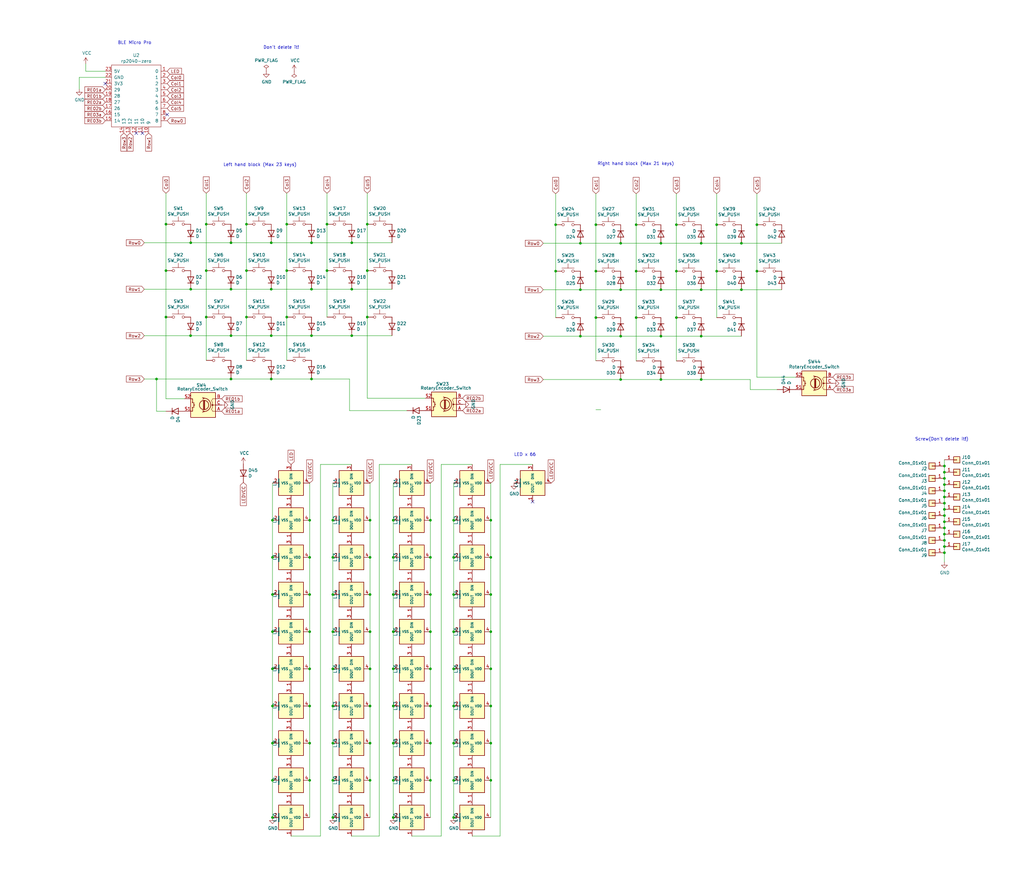
<source format=kicad_sch>
(kicad_sch (version 20231120) (generator "eeschema") (generator_version "8.0")
  (paper "User" 419.989 360.045)
  (junction (at 84.582 130.0486))
  (junction (at 150.622 110.998))
  (junction (at 94.742 118.618))
  (junction (at 134.112 110.998))
  (junction (at 176.53 243.84))
  (junction (at 277.4223 92.1557))
  (junction (at 84.582 110.998))
  (junction (at 161.29 289.56))
  (junction (at 161.29 243.84))
  (junction (at 304.0923 99.7757))
  (junction (at 144.272 137.668))
  (junction (at 201.295 243.84))
  (junction (at 127 259.08))
  (junction (at 151.765 289.56))
  (junction (at 111.76 259.08))
  (junction (at 201.295 304.8))
  (junction (at 287.5823 118.8257))
  (junction (at 387.35 219.075))
  (junction (at 201.295 213.36))
  (junction (at 387.35 193.675))
  (junction (at 201.295 289.56))
  (junction (at 254.5623 99.7716))
  (junction (at 127 304.8))
  (junction (at 387.35 213.995))
  (junction (at 310.4423 92.1557))
  (junction (at 150.622 130.048))
  (junction (at 271.0723 155.6557))
  (junction (at 134.112 91.948))
  (junction (at 111.252 155.448))
  (junction (at 186.055 289.56))
  (junction (at 186.055 274.32))
  (junction (at 244.4023 130.2557))
  (junction (at 78.1559 137.668))
  (junction (at 111.252 99.568))
  (junction (at 201.295 320.04))
  (junction (at 387.35 221.615))
  (junction (at 161.29 259.08))
  (junction (at 310.4423 111.2057))
  (junction (at 387.35 216.535))
  (junction (at 238.0523 137.8757))
  (junction (at 127 289.56))
  (junction (at 176.53 213.36))
  (junction (at 101.092 130.048))
  (junction (at 150.622 91.948))
  (junction (at 161.29 274.32))
  (junction (at 227.8923 92.1579))
  (junction (at 176.53 259.08))
  (junction (at 94.742 137.6686))
  (junction (at 176.53 320.04))
  (junction (at 186.055 243.84))
  (junction (at 127 213.36))
  (junction (at 254.5623 155.6557))
  (junction (at 186.055 228.6))
  (junction (at 111.252 137.668))
  (junction (at 186.055 304.8))
  (junction (at 64.1989 155.448))
  (junction (at 151.765 228.6))
  (junction (at 387.35 196.215))
  (junction (at 186.055 259.08))
  (junction (at 127.762 99.568))
  (junction (at 304.0923 118.8257))
  (junction (at 387.35 206.375))
  (junction (at 161.29 228.6))
  (junction (at 287.5823 99.7757))
  (junction (at 254.5623 118.8257))
  (junction (at 111.76 289.56))
  (junction (at 136.525 228.6))
  (junction (at 101.092 91.948))
  (junction (at 238.0523 118.8257))
  (junction (at 111.76 243.84))
  (junction (at 127 274.32))
  (junction (at 136.525 304.8))
  (junction (at 144.272 118.618))
  (junction (at 387.35 224.155))
  (junction (at 260.9123 130.2557))
  (junction (at 117.602 110.998))
  (junction (at 244.4023 92.1516))
  (junction (at 127.762 118.618))
  (junction (at 387.35 198.755))
  (junction (at 68.072 110.998))
  (junction (at 271.0723 137.8757))
  (junction (at 387.35 226.695))
  (junction (at 151.765 304.8))
  (junction (at 227.8923 111.2057))
  (junction (at 271.0723 118.8257))
  (junction (at 111.76 213.36))
  (junction (at 136.525 335.28))
  (junction (at 151.765 320.04))
  (junction (at 176.53 304.8))
  (junction (at 111.252 118.618))
  (junction (at 136.525 274.32))
  (junction (at 94.742 155.448))
  (junction (at 287.5823 137.8757))
  (junction (at 186.055 320.04))
  (junction (at 111.76 228.6))
  (junction (at 127 320.04))
  (junction (at 176.53 289.56))
  (junction (at 117.602 91.948))
  (junction (at 84.582 91.948))
  (junction (at 271.0723 99.7757))
  (junction (at 161.29 213.36))
  (junction (at 260.9123 111.2057))
  (junction (at 238.0523 99.7757))
  (junction (at 127 243.84))
  (junction (at 387.35 208.915))
  (junction (at 244.4023 111.2057))
  (junction (at 127.762 155.448))
  (junction (at 111.76 274.32))
  (junction (at 111.76 335.28))
  (junction (at 136.525 243.84))
  (junction (at 161.29 304.8))
  (junction (at 127 228.6))
  (junction (at 68.072 130.048))
  (junction (at 136.525 320.04))
  (junction (at 101.092 110.998))
  (junction (at 78.232 118.618))
  (junction (at 94.742 99.568))
  (junction (at 260.9123 92.1557))
  (junction (at 161.29 335.28))
  (junction (at 186.055 213.36))
  (junction (at 186.055 335.28))
  (junction (at 151.765 243.84))
  (junction (at 201.295 228.6))
  (junction (at 161.29 320.04))
  (junction (at 277.4223 111.2057))
  (junction (at 111.76 320.04))
  (junction (at 387.35 203.835))
  (junction (at 277.4223 130.2557))
  (junction (at 387.35 211.455))
  (junction (at 127.762 137.668))
  (junction (at 151.765 274.32))
  (junction (at 117.602 130.048))
  (junction (at 387.35 191.135))
  (junction (at 176.53 228.6))
  (junction (at 136.525 213.36))
  (junction (at 201.295 259.08))
  (junction (at 201.295 274.32))
  (junction (at 293.9323 111.2057))
  (junction (at 111.76 304.8))
  (junction (at 136.525 259.08))
  (junction (at 78.232 99.568))
  (junction (at 151.765 213.36))
  (junction (at 151.765 259.08))
  (junction (at 387.35 201.295))
  (junction (at 176.53 274.32))
  (junction (at 136.525 289.56))
  (junction (at 144.272 99.568))
  (junction (at 254.5623 137.8757))
  (junction (at 293.9323 92.1557))
  (junction (at 68.072 91.948))
  (junction (at 287.5823 155.6557))
  (no_connect (at 218.44 205.74))
  (no_connect (at 55.88 54.61))
  (no_connect (at 58.42 54.61))
  (no_connect (at 43.18 34.29))
  (no_connect (at 68.58 46.99))
  (wire (pts (xy 387.35 213.995) (xy 387.35 216.535)))
  (wire (pts (xy 244.4023 92.1516) (xy 244.4023 111.2057)))
  (wire (pts (xy 293.9323 111.2057) (xy 293.9323 130.2557)))
  (wire (pts (xy 387.35 191.135) (xy 387.35 193.675)))
  (wire (pts (xy 387.35 211.455) (xy 387.35 213.995)))
  (wire (pts (xy 134.112 110.998) (xy 134.112 130.048)))
  (wire (pts (xy 94.742 118.618) (xy 111.252 118.618)))
  (wire (pts (xy 161.29 228.6) (xy 161.29 243.84)))
  (wire (pts (xy 68.072 91.948) (xy 68.072 110.998)))
  (wire (pts (xy 127 259.08) (xy 127 274.32)))
  (wire (pts (xy 78.1559 137.6686) (xy 78.1559 137.668)))
  (wire (pts (xy 136.525 213.36) (xy 136.525 228.6)))
  (wire (pts (xy 244.4023 79.4557) (xy 244.4023 92.1516)))
  (wire (pts (xy 111.76 243.84) (xy 111.76 259.08)))
  (wire (pts (xy 271.0723 137.8757) (xy 287.5823 137.8757)))
  (wire (pts (xy 304.0923 118.8257) (xy 320.6023 118.8257)))
  (wire (pts (xy 277.4223 130.2557) (xy 277.4223 148.0357)))
  (wire (pts (xy 151.765 289.56) (xy 151.765 304.8)))
  (wire (pts (xy 150.622 130.048) (xy 150.622 163.322)))
  (wire (pts (xy 244.4023 168.0215) (xy 246.409 168.0215)))
  (wire (pts (xy 176.53 213.36) (xy 176.53 228.6)))
  (wire (pts (xy 136.525 289.56) (xy 136.525 304.8)))
  (wire (pts (xy 127 274.32) (xy 127 289.56)))
  (wire (pts (xy 186.055 304.8) (xy 186.055 320.04)))
  (wire (pts (xy 201.295 228.6) (xy 201.295 243.84)))
  (wire (pts (xy 150.622 79.248) (xy 150.622 91.948)))
  (wire (pts (xy 161.29 198.12) (xy 161.29 213.36)))
  (wire (pts (xy 387.35 196.215) (xy 387.35 198.755)))
  (wire (pts (xy 277.4223 111.2057) (xy 277.4223 130.2557)))
  (wire (pts (xy 387.35 201.295) (xy 387.35 203.835)))
  (wire (pts (xy 161.29 304.8) (xy 161.29 320.04)))
  (wire (pts (xy 277.4223 79.4557) (xy 277.4223 92.1557)))
  (wire (pts (xy 180.975 190.5) (xy 193.675 190.5)))
  (wire (pts (xy 161.29 243.84) (xy 161.29 259.08)))
  (wire (pts (xy 254.5623 118.8257) (xy 271.0723 118.8257)))
  (wire (pts (xy 127 289.56) (xy 127 304.8)))
  (wire (pts (xy 151.765 320.04) (xy 151.765 335.28)))
  (wire (pts (xy 127 243.84) (xy 127 259.08)))
  (wire (pts (xy 176.53 320.04) (xy 176.53 335.28)))
  (wire (pts (xy 136.525 304.8) (xy 136.525 320.04)))
  (wire (pts (xy 201.295 243.84) (xy 201.295 259.08)))
  (wire (pts (xy 238.0523 99.7716) (xy 254.5623 99.7716)))
  (wire (pts (xy 254.5623 99.7757) (xy 271.0723 99.7757)))
  (wire (pts (xy 78.232 137.668) (xy 78.1559 137.668)))
  (wire (pts (xy 111.252 137.668) (xy 127.762 137.668)))
  (wire (pts (xy 78.1559 137.668) (xy 59.182 137.668)))
  (wire (pts (xy 111.252 155.448) (xy 127.762 155.448)))
  (wire (pts (xy 176.53 304.8) (xy 176.53 320.04)))
  (wire (pts (xy 111.76 274.32) (xy 111.76 289.56)))
  (wire (pts (xy 201.295 304.8) (xy 201.295 320.04)))
  (wire (pts (xy 78.232 118.618) (xy 94.742 118.618)))
  (wire (pts (xy 68.072 110.998) (xy 68.072 130.048)))
  (wire (pts (xy 307.6932 159.7711) (xy 318.7157 159.7711)))
  (wire (pts (xy 127 228.6) (xy 127 243.84)))
  (wire (pts (xy 387.35 206.375) (xy 387.35 208.915)))
  (wire (pts (xy 117.602 79.248) (xy 117.602 91.948)))
  (wire (pts (xy 134.112 91.948) (xy 134.112 110.998)))
  (wire (pts (xy 260.9123 130.2557) (xy 260.9123 148.0357)))
  (wire (pts (xy 304.0923 99.7757) (xy 320.6023 99.7757)))
  (wire (pts (xy 205.105 342.9) (xy 205.105 190.5)))
  (wire (pts (xy 387.35 203.835) (xy 387.35 206.375)))
  (wire (pts (xy 111.76 289.56) (xy 111.76 304.8)))
  (wire (pts (xy 111.252 118.618) (xy 127.762 118.618)))
  (wire (pts (xy 111.76 228.6) (xy 111.76 243.84)))
  (wire (pts (xy 136.525 198.12) (xy 136.525 213.36)))
  (wire (pts (xy 78.232 99.568) (xy 94.742 99.568)))
  (wire (pts (xy 186.055 228.6) (xy 186.055 243.84)))
  (wire (pts (xy 287.5823 137.8757) (xy 304.0923 137.8757)))
  (wire (pts (xy 127 320.04) (xy 127 335.28)))
  (wire (pts (xy 111.252 137.6686) (xy 111.252 137.668)))
  (wire (pts (xy 127.762 99.568) (xy 144.272 99.568)))
  (wire (pts (xy 387.35 208.915) (xy 387.35 211.455)))
  (wire (pts (xy 94.742 155.448) (xy 111.252 155.448)))
  (wire (pts (xy 150.622 110.998) (xy 150.622 130.048)))
  (wire (pts (xy 201.295 259.08) (xy 201.295 274.32)))
  (wire (pts (xy 387.35 224.155) (xy 387.35 226.695)))
  (wire (pts (xy 119.38 342.9) (xy 131.445 342.9)))
  (wire (pts (xy 176.53 274.32) (xy 176.53 289.56)))
  (wire (pts (xy 84.582 110.998) (xy 84.582 130.0486)))
  (wire (pts (xy 134.112 79.248) (xy 134.112 91.948)))
  (wire (pts (xy 186.055 198.12) (xy 186.055 213.36)))
  (wire (pts (xy 186.055 320.04) (xy 186.055 335.28)))
  (wire (pts (xy 127.762 118.618) (xy 144.272 118.618)))
  (wire (pts (xy 78.232 118.618) (xy 59.182 118.618)))
  (wire (pts (xy 84.582 91.948) (xy 84.582 110.998)))
  (wire (pts (xy 287.5823 118.8257) (xy 304.0923 118.8257)))
  (wire (pts (xy 111.252 99.568) (xy 127.762 99.568)))
  (wire (pts (xy 127.762 137.668) (xy 144.272 137.668)))
  (wire (pts (xy 136.525 274.32) (xy 136.525 289.56)))
  (wire (pts (xy 101.092 130.048) (xy 101.092 147.828)))
  (wire (pts (xy 43.18 29.21) (xy 35.1771 29.21)))
  (wire (pts (xy 101.092 91.948) (xy 101.092 110.998)))
  (wire (pts (xy 127.762 155.448) (xy 143.3566 155.448)))
  (wire (pts (xy 310.4423 111.2057) (xy 310.4423 154.6911)))
  (wire (pts (xy 387.35 193.675) (xy 387.35 196.215)))
  (wire (pts (xy 161.29 274.32) (xy 161.29 289.56)))
  (wire (pts (xy 68.072 163.576) (xy 75.692 163.576)))
  (wire (pts (xy 307.6932 155.6557) (xy 307.6932 159.7711)))
  (wire (pts (xy 151.765 274.32) (xy 151.765 289.56)))
  (wire (pts (xy 151.765 228.6) (xy 151.765 243.84)))
  (wire (pts (xy 205.105 190.5) (xy 218.44 190.5)))
  (wire (pts (xy 201.295 198.12) (xy 201.295 213.36)))
  (wire (pts (xy 59.182 155.448) (xy 64.1989 155.448)))
  (wire (pts (xy 293.9323 79.4557) (xy 293.9323 92.1557)))
  (wire (pts (xy 387.35 219.075) (xy 387.35 221.615)))
  (wire (pts (xy 222.8123 118.8257) (xy 238.0523 118.8257)))
  (wire (pts (xy 161.29 213.36) (xy 161.29 228.6)))
  (wire (pts (xy 127 213.36) (xy 127 228.6)))
  (wire (pts (xy 254.5623 155.6557) (xy 271.0723 155.6557)))
  (wire (pts (xy 144.272 118.618) (xy 160.782 118.618)))
  (wire (pts (xy 151.765 304.8) (xy 151.765 320.04)))
  (wire (pts (xy 136.525 259.08) (xy 136.525 274.32)))
  (wire (pts (xy 151.765 198.12) (xy 151.765 213.36)))
  (wire (pts (xy 254.5623 155.6557) (xy 254.5623 155.5951)))
  (wire (pts (xy 260.9123 92.1557) (xy 260.9123 111.2057)))
  (wire (pts (xy 111.76 213.36) (xy 111.76 228.6)))
  (wire (pts (xy 310.4423 79.4557) (xy 310.4423 92.1557)))
  (wire (pts (xy 117.602 130.048) (xy 117.602 147.828)))
  (wire (pts (xy 186.055 243.84) (xy 186.055 259.08)))
  (wire (pts (xy 186.055 213.36) (xy 186.055 228.6)))
  (wire (pts (xy 387.35 216.535) (xy 387.35 219.075)))
  (wire (pts (xy 84.582 79.248) (xy 84.582 91.948)))
  (wire (pts (xy 144.272 137.668) (xy 160.782 137.668)))
  (wire (pts (xy 131.445 342.9) (xy 131.445 190.5)))
  (wire (pts (xy 260.9123 79.4557) (xy 260.9123 92.1557)))
  (wire (pts (xy 222.8123 99.7757) (xy 238.0523 99.7757)))
  (wire (pts (xy 68.072 168.656) (xy 64.1989 168.656)))
  (wire (pts (xy 136.525 228.6) (xy 136.525 243.84)))
  (wire (pts (xy 168.91 342.9) (xy 180.975 342.9)))
  (wire (pts (xy 68.072 79.248) (xy 68.072 91.948)))
  (wire (pts (xy 201.295 320.04) (xy 201.295 335.28)))
  (wire (pts (xy 387.35 198.755) (xy 387.35 201.295)))
  (wire (pts (xy 293.9323 92.1557) (xy 293.9323 111.2057)))
  (wire (pts (xy 127 198.12) (xy 127 213.36)))
  (wire (pts (xy 101.092 110.998) (xy 101.092 130.048)))
  (wire (pts (xy 150.622 91.948) (xy 150.622 110.998)))
  (wire (pts (xy 64.1989 155.448) (xy 94.742 155.448)))
  (wire (pts (xy 193.675 342.9) (xy 205.105 342.9)))
  (wire (pts (xy 59.182 99.568) (xy 78.232 99.568)))
  (wire (pts (xy 387.35 188.595) (xy 387.35 191.135)))
  (wire (pts (xy 324.104 159.766) (xy 324.104 159.7514)))
  (wire (pts (xy 244.4023 111.2057) (xy 244.4023 130.2557)))
  (wire (pts (xy 254.5623 137.8757) (xy 271.0723 137.8757)))
  (wire (pts (xy 101.092 79.248) (xy 101.092 91.948)))
  (wire (pts (xy 94.742 99.568) (xy 111.252 99.568)))
  (wire (pts (xy 84.582 130.0486) (xy 84.582 147.828)))
  (wire (pts (xy 176.53 198.12) (xy 176.53 213.36)))
  (wire (pts (xy 222.8123 155.6557) (xy 254.5623 155.6557)))
  (wire (pts (xy 161.29 259.08) (xy 161.29 274.32)))
  (wire (pts (xy 186.055 274.32) (xy 186.055 289.56)))
  (wire (pts (xy 136.525 243.84) (xy 136.525 259.08)))
  (wire (pts (xy 277.4223 92.1557) (xy 277.4223 111.2057)))
  (wire (pts (xy 78.232 99.568) (xy 78.232 99.5858)))
  (wire (pts (xy 43.18 31.75) (xy 32.512 31.75)))
  (wire (pts (xy 155.575 342.9) (xy 155.575 190.5)))
  (wire (pts (xy 144.272 99.568) (xy 160.782 99.568)))
  (wire (pts (xy 35.1771 29.21) (xy 35.1771 26.1724)))
  (wire (pts (xy 201.295 289.56) (xy 201.295 304.8)))
  (wire (pts (xy 131.445 190.5) (xy 144.145 190.5)))
  (wire (pts (xy 151.765 213.36) (xy 151.765 228.6)))
  (wire (pts (xy 227.8923 79.4557) (xy 227.8923 92.1579)))
  (wire (pts (xy 94.742 137.6686) (xy 111.252 137.6686)))
  (wire (pts (xy 161.29 320.04) (xy 161.29 335.28)))
  (wire (pts (xy 287.5823 99.7757) (xy 304.0923 99.7757)))
  (wire (pts (xy 117.602 91.948) (xy 117.602 110.998)))
  (wire (pts (xy 127 304.8) (xy 127 320.04)))
  (wire (pts (xy 176.53 243.84) (xy 176.53 259.08)))
  (wire (pts (xy 111.76 320.04) (xy 111.76 335.28)))
  (wire (pts (xy 151.765 259.08) (xy 151.765 274.32)))
  (wire (pts (xy 287.5823 155.6557) (xy 307.6932 155.6557)))
  (wire (pts (xy 271.0723 155.6557) (xy 287.5823 155.6557)))
  (wire (pts (xy 111.76 259.08) (xy 111.76 274.32)))
  (wire (pts (xy 387.35 226.695) (xy 387.35 230.505)))
  (wire (pts (xy 136.525 320.04) (xy 136.525 335.28)))
  (wire (pts (xy 201.295 274.32) (xy 201.295 289.56)))
  (wire (pts (xy 155.575 190.5) (xy 168.91 190.5)))
  (wire (pts (xy 244.4023 130.2557) (xy 244.4023 147.9751)))
  (wire (pts (xy 310.4423 92.1557) (xy 310.4423 111.2057)))
  (wire (pts (xy 186.055 259.08) (xy 186.055 274.32)))
  (wire (pts (xy 111.76 198.12) (xy 111.76 213.36)))
  (wire (pts (xy 143.3566 155.448) (xy 143.3566 168.402)))
  (wire (pts (xy 186.055 289.56) (xy 186.055 304.8)))
  (wire (pts (xy 387.35 221.615) (xy 387.35 224.155)))
  (wire (pts (xy 64.1989 168.656) (xy 64.1989 155.448)))
  (wire (pts (xy 150.622 163.322) (xy 174.498 163.322)))
  (wire (pts (xy 238.0523 99.7757) (xy 238.0523 99.7716)))
  (wire (pts (xy 238.0523 99.7757) (xy 238.0523 99.7779)))
  (wire (pts (xy 176.53 259.08) (xy 176.53 274.32)))
  (wire (pts (xy 144.145 342.9) (xy 155.575 342.9)))
  (wire (pts (xy 201.295 213.36) (xy 201.295 228.6)))
  (wire (pts (xy 254.5623 99.7757) (xy 254.5623 99.7716)))
  (wire (pts (xy 180.975 342.9) (xy 180.975 190.5)))
  (wire (pts (xy 227.8923 111.2057) (xy 227.8923 130.2557)))
  (wire (pts (xy 68.072 130.048) (xy 68.072 163.576)))
  (wire (pts (xy 176.53 228.6) (xy 176.53 243.84)))
  (wire (pts (xy 310.4423 154.6911) (xy 326.3357 154.6911)))
  (wire (pts (xy 111.76 304.8) (xy 111.76 320.04)))
  (wire (pts (xy 176.53 289.56) (xy 176.53 304.8)))
  (wire (pts (xy 32.512 31.75) (xy 32.512 36.576)))
  (wire (pts (xy 238.0523 118.8257) (xy 254.5623 118.8257)))
  (wire (pts (xy 78.1559 137.6686) (xy 94.742 137.6686)))
  (wire (pts (xy 238.0523 137.8757) (xy 254.5623 137.8757)))
  (wire (pts (xy 143.3566 168.402) (xy 166.878 168.402)))
  (wire (pts (xy 271.0723 118.8257) (xy 287.5823 118.8257)))
  (wire (pts (xy 151.765 243.84) (xy 151.765 259.08)))
  (wire (pts (xy 117.602 110.998) (xy 117.602 130.048)))
  (wire (pts (xy 222.8123 137.8757) (xy 238.0523 137.8757)))
  (wire (pts (xy 260.9123 111.2057) (xy 260.9123 130.2557)))
  (wire (pts (xy 227.8923 92.1579) (xy 227.8923 111.2057)))
  (wire (pts (xy 161.29 289.56) (xy 161.29 304.8)))
  (wire (pts (xy 271.0723 99.7757) (xy 287.5823 99.7757)))
  (text "Left hand block (Max 23 keys)" (at 91.567 68.453 0) (effects (font (size 1.27 1.27)) (justify left bottom)))
  (text "Screw(Don't delete it!)" (at 375.285 180.975 0) (effects (font (size 1.27 1.27)) (justify left bottom)))
  (text "Don't delete it!" (at 107.95 20.32 0) (effects (font (size 1.27 1.27)) (justify left bottom)))
  (text "Right hand block (Max 21 keys)" (at 245.0373 68.0257 0) (effects (font (size 1.27 1.27)) (justify left bottom)))
  (text "LED x 66" (at 210.82 187.325 0) (effects (font (size 1.27 1.27)) (justify left bottom)))
  (text "BLE Micro Pro" (at 48.26 18.415 0) (effects (font (size 1.27 1.27)) (justify left bottom)))
  (global_label "Row1" (shape input) (at 59.182 118.618 180) (property "Intersheetrefs" "${INTERSHEET_REFS}" (effects (hide yes))))
  (global_label "Col3" (shape input) (at 277.4223 79.4557 90) (property "Intersheetrefs" "${INTERSHEET_REFS}" (effects (hide yes))))
  (global_label "LED" (shape input) (at 68.58 29.21 0) (property "Intersheetrefs" "${INTERSHEET_REFS}" (effects (hide yes))))
  (global_label "Col1" (shape input) (at 68.58 34.29 0) (property "Intersheetrefs" "${INTERSHEET_REFS}" (effects (hide yes))))
  (global_label "RE03b" (shape input) (at 341.5757 154.6911 0) (property "Intersheetrefs" "${INTERSHEET_REFS}" (effects (hide yes))))
  (global_label "RE02a" (shape input) (at 189.738 168.402 0) (property "Intersheetrefs" "${INTERSHEET_REFS}" (effects (hide yes))))
  (global_label "Row0" (shape input) (at 59.182 99.568 180) (property "Intersheetrefs" "${INTERSHEET_REFS}" (effects (hide yes))))
  (global_label "LEDVCC" (shape input) (at 99.822 197.866 270) (property "Intersheetrefs" "${INTERSHEET_REFS}" (effects (hide yes))))
  (global_label "Col0" (shape input) (at 68.072 79.248 90) (property "Intersheetrefs" "${INTERSHEET_REFS}" (effects (hide yes))))
  (global_label "RE01b" (shape input) (at 43.18 39.37 180) (property "Intersheetrefs" "${INTERSHEET_REFS}" (effects (hide yes))))
  (global_label "RE03b" (shape input) (at 43.18 49.53 180) (property "Intersheetrefs" "${INTERSHEET_REFS}" (effects (hide yes))))
  (global_label "Row0" (shape input) (at 222.8123 99.7757 180) (property "Intersheetrefs" "${INTERSHEET_REFS}" (effects (hide yes))))
  (global_label "LEDVCC" (shape input) (at 127 198.12 90) (property "Intersheetrefs" "${INTERSHEET_REFS}" (effects (hide yes))))
  (global_label "Col2" (shape input) (at 68.58 36.83 0) (property "Intersheetrefs" "${INTERSHEET_REFS}" (effects (hide yes))))
  (global_label "Row0" (shape input) (at 68.58 49.53 0) (property "Intersheetrefs" "${INTERSHEET_REFS}" (effects (hide yes))))
  (global_label "Col0" (shape input) (at 68.58 31.75 0) (property "Intersheetrefs" "${INTERSHEET_REFS}" (effects (hide yes))))
  (global_label "LED" (shape input) (at 119.38 190.5 90) (property "Intersheetrefs" "${INTERSHEET_REFS}" (effects (hide yes))))
  (global_label "LEDVCC" (shape input) (at 201.295 198.12 90) (property "Intersheetrefs" "${INTERSHEET_REFS}" (effects (hide yes))))
  (global_label "LEDVCC" (shape input) (at 226.06 198.12 90) (property "Intersheetrefs" "${INTERSHEET_REFS}" (effects (hide yes))))
  (global_label "RE02a" (shape input) (at 43.18 41.91 180) (property "Intersheetrefs" "${INTERSHEET_REFS}" (effects (hide yes))))
  (global_label "Col1" (shape input) (at 84.582 79.248 90) (property "Intersheetrefs" "${INTERSHEET_REFS}" (effects (hide yes))))
  (global_label "Col0" (shape input) (at 227.8923 79.4557 90) (property "Intersheetrefs" "${INTERSHEET_REFS}" (effects (hide yes))))
  (global_label "Col2" (shape input) (at 101.092 79.248 90) (property "Intersheetrefs" "${INTERSHEET_REFS}" (effects (hide yes))))
  (global_label "Col5" (shape input) (at 310.4423 79.4557 90) (property "Intersheetrefs" "${INTERSHEET_REFS}" (effects (hide yes))))
  (global_label "Row3" (shape input) (at 50.8 54.61 270) (property "Intersheetrefs" "${INTERSHEET_REFS}" (effects (hide yes))))
  (global_label "RE01b" (shape input) (at 90.932 163.576 0) (property "Intersheetrefs" "${INTERSHEET_REFS}" (effects (hide yes))))
  (global_label "LEDVCC" (shape input) (at 151.765 198.12 90) (property "Intersheetrefs" "${INTERSHEET_REFS}" (effects (hide yes))))
  (global_label "RE02b" (shape input) (at 43.18 44.45 180) (property "Intersheetrefs" "${INTERSHEET_REFS}" (effects (hide yes))))
  (global_label "Col4" (shape input) (at 68.58 41.91 0) (property "Intersheetrefs" "${INTERSHEET_REFS}" (effects (hide yes))))
  (global_label "Col3" (shape input) (at 117.602 79.248 90) (property "Intersheetrefs" "${INTERSHEET_REFS}" (effects (hide yes))))
  (global_label "RE03a" (shape input) (at 43.18 46.99 180) (property "Intersheetrefs" "${INTERSHEET_REFS}" (effects (hide yes))))
  (global_label "Col5" (shape input) (at 150.622 79.248 90) (property "Intersheetrefs" "${INTERSHEET_REFS}" (effects (hide yes))))
  (global_label "Col4" (shape input) (at 293.9323 79.4557 90) (property "Intersheetrefs" "${INTERSHEET_REFS}" (effects (hide yes))))
  (global_label "Row2" (shape input) (at 59.182 137.668 180) (property "Intersheetrefs" "${INTERSHEET_REFS}" (effects (hide yes))))
  (global_label "RE01a" (shape input) (at 90.932 168.656 0) (property "Intersheetrefs" "${INTERSHEET_REFS}" (effects (hide yes))))
  (global_label "Col4" (shape input) (at 134.112 79.248 90) (property "Intersheetrefs" "${INTERSHEET_REFS}" (effects (hide yes))))
  (global_label "Row2" (shape input) (at 222.8123 137.8757 180) (property "Intersheetrefs" "${INTERSHEET_REFS}" (effects (hide yes))))
  (global_label "Row2" (shape input) (at 53.34 54.61 270) (property "Intersheetrefs" "${INTERSHEET_REFS}" (effects (hide yes))))
  (global_label "RE01a" (shape input) (at 43.18 36.83 180) (property "Intersheetrefs" "${INTERSHEET_REFS}" (effects (hide yes))))
  (global_label "LEDVCC" (shape input) (at 176.53 198.12 90) (property "Intersheetrefs" "${INTERSHEET_REFS}" (effects (hide yes))))
  (global_label "Row1" (shape input) (at 60.96 54.61 270) (property "Intersheetrefs" "${INTERSHEET_REFS}" (effects (hide yes))))
  (global_label "Col3" (shape input) (at 68.58 39.37 0) (property "Intersheetrefs" "${INTERSHEET_REFS}" (effects (hide yes))))
  (global_label "Col2" (shape input) (at 260.9123 79.4557 90) (property "Intersheetrefs" "${INTERSHEET_REFS}" (effects (hide yes))))
  (global_label "Row3" (shape input) (at 59.182 155.448 180) (property "Intersheetrefs" "${INTERSHEET_REFS}" (effects (hide yes))))
  (global_label "RE03a" (shape input) (at 341.5757 159.7711 0) (property "Intersheetrefs" "${INTERSHEET_REFS}" (effects (hide yes))))
  (global_label "Row1" (shape input) (at 222.8123 118.8257 180) (property "Intersheetrefs" "${INTERSHEET_REFS}" (effects (hide yes))))
  (global_label "Col5" (shape input) (at 68.58 44.45 0) (property "Intersheetrefs" "${INTERSHEET_REFS}" (effects (hide yes))))
  (global_label "Row3" (shape input) (at 222.8123 155.6557 180) (property "Intersheetrefs" "${INTERSHEET_REFS}" (effects (hide yes))))
  (global_label "Col1" (shape input) (at 244.4023 79.4557 90) (property "Intersheetrefs" "${INTERSHEET_REFS}" (effects (hide yes))))
  (global_label "RE02b" (shape input) (at 189.738 163.322 0) (property "Intersheetrefs" "${INTERSHEET_REFS}" (effects (hide yes))))
  (symbol (lib_id "power:PWR_FLAG") (at 109.22 29.21 0) (unit 1)
    (property "Reference" "#FLG01" (effects (hide yes)))
    (property "Value" "PWR_FLAG" (at 109.22 24.7904 0))
  )
  (symbol (lib_id "power:PWR_FLAG") (at 120.65 29.21 180) (unit 1)
    (property "Reference" "#FLG02" (effects (hide yes)))
    (property "Value" "PWR_FLAG" (at 120.65 33.6042 0))
  )
  (symbol (lib_id "power:GND") (at 109.22 29.21 0) (unit 1)
    (property "Reference" "#PWR010" (effects (hide yes)))
    (property "Value" "GND" (at 109.347 33.6042 0))
  )
  (symbol (lib_id "power:VCC") (at 120.65 29.21 0) (unit 1)
    (property "Reference" "#PWR012" (effects (hide yes)))
    (property "Value" "VCC" (at 121.0818 24.8158 0))
  )
  (symbol (lib_id "power:GND") (at 32.512 36.576 0) (unit 1)
    (property "Reference" "#PWR08" (effects (hide yes)))
    (property "Value" "GND" (at 32.639 40.9702 0))
  )
  (symbol (lib_id "power:VCC") (at 35.1771 26.1724 0) (unit 1)
    (property "Reference" "#PWR06" (effects (hide yes)))
    (property "Value" "VCC" (at 35.6089 21.7782 0))
  )
  (symbol (lib_id "Switch:SW_Push") (at 89.662 91.948 0) (unit 1)
    (property "Reference" "SW5" (at 89.662 85.471 0))
    (property "Value" "SW_PUSH" (at 89.662 87.7824 0))
    (property "Footprint" "kbd_SW:Lofree_Hotswap_1u" (effects (hide yes)))
  )
  (symbol (lib_id "Switch:SW_Push") (at 73.152 110.998 0) (unit 1)
    (property "Reference" "SW2" (at 73.152 104.521 0))
    (property "Value" "SW_PUSH" (at 73.152 106.8324 0))
    (property "Footprint" "kbd_SW:Lofree_Hotswap_1u" (effects (hide yes)))
  )
  (symbol (lib_id "Switch:SW_Push") (at 89.662 110.998 0) (unit 1)
    (property "Reference" "SW6" (at 89.662 104.521 0))
    (property "Value" "SW_PUSH" (at 89.662 106.8324 0))
    (property "Footprint" "kbd_SW:Lofree_Hotswap_1u" (effects (hide yes)))
  )
  (symbol (lib_id "Device:D") (at 94.742 95.758 90) (unit 1)
    (property "Reference" "D5" (at 96.7486 94.5896 90) (effects (justify right)))
    (property "Value" "D" (at 96.7486 96.901 90) (effects (justify right)))
    (property "Footprint" "kbd_Parts:Diode_SMD" (effects (hide yes)))
  )
  (symbol (lib_id "Device:D") (at 94.742 114.808 90) (unit 1)
    (property "Reference" "D6" (at 96.7486 113.6396 90) (effects (justify right)))
    (property "Value" "D" (at 96.7486 115.951 90) (effects (justify right)))
    (property "Footprint" "kbd_Parts:Diode_SMD" (effects (hide yes)))
  )
  (symbol (lib_id "Device:D") (at 78.232 114.808 90) (unit 1)
    (property "Reference" "D2" (at 80.2386 113.6396 90) (effects (justify right)))
    (property "Value" "D" (at 80.2386 115.951 90) (effects (justify right)))
    (property "Footprint" "kbd_Parts:Diode_SMD" (effects (hide yes)))
  )
  (symbol (lib_id "Switch:SW_Push") (at 122.682 91.948 0) (unit 1)
    (property "Reference" "SW13" (at 122.682 85.471 0))
    (property "Value" "SW_PUSH" (at 122.682 87.7824 0))
    (property "Footprint" "kbd_SW:Lofree_Hotswap_1u" (effects (hide yes)))
  )
  (symbol (lib_id "Switch:SW_Push") (at 139.192 91.948 0) (unit 1)
    (property "Reference" "SW17" (at 139.192 85.471 0))
    (property "Value" "SW_PUSH" (at 139.192 87.7824 0))
    (property "Footprint" "kbd_SW:Lofree_Hotswap_1u" (effects (hide yes)))
  )
  (symbol (lib_id "Switch:SW_Push") (at 106.172 91.948 0) (unit 1)
    (property "Reference" "SW9" (at 106.172 85.471 0))
    (property "Value" "SW_PUSH" (at 106.172 87.7824 0))
    (property "Footprint" "kbd_SW:Lofree_Hotswap_1u" (effects (hide yes)))
  )
  (symbol (lib_id "Switch:SW_Push") (at 122.682 130.048 0) (unit 1)
    (property "Reference" "SW15" (at 122.682 123.571 0))
    (property "Value" "SW_PUSH" (at 122.682 125.8824 0))
    (property "Footprint" "kbd_SW:Lofree_Hotswap_1u" (effects (hide yes)))
  )
  (symbol (lib_id "Switch:SW_Push") (at 122.682 110.998 0) (unit 1)
    (property "Reference" "SW14" (at 122.682 104.521 0))
    (property "Value" "SW_PUSH" (at 122.682 106.8324 0))
    (property "Footprint" "kbd_SW:Lofree_Hotswap_1u" (effects (hide yes)))
  )
  (symbol (lib_id "Switch:SW_Push") (at 139.192 110.998 0) (unit 1)
    (property "Reference" "SW18" (at 139.192 104.521 0))
    (property "Value" "SW_PUSH" (at 139.192 106.8324 0))
    (property "Footprint" "kbd_SW:Lofree_Hotswap_1u" (effects (hide yes)))
  )
  (symbol (lib_id "Switch:SW_Push") (at 155.702 110.998 0) (unit 1)
    (property "Reference" "SW21" (at 155.702 104.521 0))
    (property "Value" "SW_PUSH" (at 155.702 106.8324 0))
    (property "Footprint" "kbd_SW:Lofree_Hotswap_1u" (effects (hide yes)))
  )
  (symbol (lib_id "Switch:SW_Push") (at 106.172 110.998 0) (unit 1)
    (property "Reference" "SW10" (at 106.172 104.521 0))
    (property "Value" "SW_PUSH" (at 106.172 106.8324 0))
    (property "Footprint" "kbd_SW:Lofree_Hotswap_1u" (effects (hide yes)))
  )
  (symbol (lib_id "Switch:SW_Push") (at 73.152 130.048 0) (unit 1)
    (property "Reference" "SW3" (at 73.152 123.571 0))
    (property "Value" "SW_PUSH" (at 73.152 125.8824 0))
    (property "Footprint" "kbd_SW:Lofree_Hotswap_1u" (effects (hide yes)))
  )
  (symbol (lib_id "Switch:SW_Push") (at 89.662 147.828 0) (unit 1)
    (property "Reference" "SW8" (at 89.662 141.351 0))
    (property "Value" "SW_PUSH" (at 89.662 143.6624 0))
    (property "Footprint" "kbd_SW:Lofree_Hotswap_1u" (effects (hide yes)))
  )
  (symbol (lib_id "Switch:SW_Push") (at 106.172 130.048 0) (unit 1)
    (property "Reference" "SW11" (at 106.172 123.571 0))
    (property "Value" "SW_PUSH" (at 106.172 125.8824 0))
    (property "Footprint" "kbd_SW:Lofree_Hotswap_1u" (effects (hide yes)))
  )
  (symbol (lib_id "Switch:SW_Push") (at 122.682 147.828 0) (unit 1)
    (property "Reference" "SW16" (at 122.682 141.351 0))
    (property "Value" "SW_PUSH" (at 122.682 143.6624 0))
    (property "Footprint" "kbd_SW:Lofree_Hotswap_1u" (effects (hide yes)))
  )
  (symbol (lib_id "Switch:SW_Push") (at 139.192 130.048 0) (unit 1)
    (property "Reference" "SW19" (at 139.192 123.571 0))
    (property "Value" "SW_PUSH" (at 139.192 125.8824 0))
    (property "Footprint" "kbd_SW:Lofree_Hotswap_1u" (effects (hide yes)))
  )
  (symbol (lib_id "Switch:SW_Push") (at 155.702 130.048 0) (unit 1)
    (property "Reference" "SW22" (at 155.702 123.571 0))
    (property "Value" "SW_PUSH" (at 155.702 125.8824 0))
    (property "Footprint" "kbd_SW:Lofree_Hotswap_1u" (effects (hide yes)))
  )
  (symbol (lib_id "Device:D") (at 111.252 95.758 90) (unit 1)
    (property "Reference" "D9" (at 113.2586 94.5896 90) (effects (justify right)))
    (property "Value" "D" (at 113.2586 96.901 90) (effects (justify right)))
    (property "Footprint" "kbd_Parts:Diode_SMD" (effects (hide yes)))
  )
  (symbol (lib_id "Device:D") (at 127.762 95.758 90) (unit 1)
    (property "Reference" "D13" (at 129.7686 94.5896 90) (effects (justify right)))
    (property "Value" "D" (at 129.7686 96.901 90) (effects (justify right)))
    (property "Footprint" "kbd_Parts:Diode_SMD" (effects (hide yes)))
  )
  (symbol (lib_id "Device:D") (at 144.272 95.758 90) (unit 1)
    (property "Reference" "D17" (at 146.2786 94.5896 90) (effects (justify right)))
    (property "Value" "D" (at 146.2786 96.901 90) (effects (justify right)))
    (property "Footprint" "kbd_Parts:Diode_SMD" (effects (hide yes)))
  )
  (symbol (lib_id "Device:D") (at 160.782 95.758 90) (unit 1)
    (property "Reference" "D20" (at 162.7886 94.5896 90) (effects (justify right)))
    (property "Value" "D" (at 162.7886 96.901 90) (effects (justify right)))
    (property "Footprint" "kbd_Parts:Diode_SMD" (effects (hide yes)))
  )
  (symbol (lib_id "Device:D") (at 160.782 114.808 90) (unit 1)
    (property "Reference" "D21" (at 162.7886 113.6396 90) (effects (justify right)))
    (property "Value" "D" (at 162.7886 115.951 90) (effects (justify right)))
    (property "Footprint" "kbd_Parts:Diode_SMD" (effects (hide yes)))
  )
  (symbol (lib_id "Device:D") (at 160.782 133.858 90) (unit 1)
    (property "Reference" "D22" (at 162.7886 132.6896 90) (effects (justify right)))
    (property "Value" "D" (at 162.7886 135.001 90) (effects (justify right)))
    (property "Footprint" "kbd_Parts:Diode_SMD" (effects (hide yes)))
  )
  (symbol (lib_id "Device:D") (at 144.272 133.858 90) (unit 1)
    (property "Reference" "D19" (at 146.2786 132.6896 90) (effects (justify right)))
    (property "Value" "D" (at 146.2786 135.001 90) (effects (justify right)))
    (property "Footprint" "kbd_Parts:Diode_SMD" (effects (hide yes)))
  )
  (symbol (lib_id "Device:D") (at 144.272 114.808 90) (unit 1)
    (property "Reference" "D18" (at 146.2786 113.6396 90) (effects (justify right)))
    (property "Value" "D" (at 146.2786 115.951 90) (effects (justify right)))
    (property "Footprint" "kbd_Parts:Diode_SMD" (effects (hide yes)))
  )
  (symbol (lib_id "Device:D") (at 127.762 114.808 90) (unit 1)
    (property "Reference" "D14" (at 129.7686 113.6396 90) (effects (justify right)))
    (property "Value" "D" (at 129.7686 115.951 90) (effects (justify right)))
    (property "Footprint" "kbd_Parts:Diode_SMD" (effects (hide yes)))
  )
  (symbol (lib_id "Device:D") (at 111.252 114.808 90) (unit 1)
    (property "Reference" "D10" (at 113.2586 113.6396 90) (effects (justify right)))
    (property "Value" "D" (at 113.2586 115.951 90) (effects (justify right)))
    (property "Footprint" "kbd_Parts:Diode_SMD" (effects (hide yes)))
  )
  (symbol (lib_id "Device:D") (at 111.252 133.858 90) (unit 1)
    (property "Reference" "D11" (at 113.2586 132.6896 90) (effects (justify right)))
    (property "Value" "D" (at 113.2586 135.001 90) (effects (justify right)))
    (property "Footprint" "kbd_Parts:Diode_SMD" (effects (hide yes)))
  )
  (symbol (lib_id "Device:D") (at 127.762 133.858 90) (unit 1)
    (property "Reference" "D15" (at 129.7686 132.6896 90) (effects (justify right)))
    (property "Value" "D" (at 129.7686 135.001 90) (effects (justify right)))
    (property "Footprint" "kbd_Parts:Diode_SMD" (effects (hide yes)))
  )
  (symbol (lib_id "Device:D") (at 127.762 151.638 90) (unit 1)
    (property "Reference" "D16" (at 129.7686 150.4696 90) (effects (justify right)))
    (property "Value" "D" (at 129.7686 152.781 90) (effects (justify right)))
    (property "Footprint" "kbd_Parts:Diode_SMD" (effects (hide yes)))
  )
  (symbol (lib_id "Device:D") (at 94.742 151.638 90) (unit 1)
    (property "Reference" "D8" (at 96.7486 150.4696 90) (effects (justify right)))
    (property "Value" "D" (at 96.7486 152.781 90) (effects (justify right)))
    (property "Footprint" "kbd_Parts:Diode_SMD" (effects (hide yes)))
  )
  (symbol (lib_id "Device:D") (at 78.232 133.858 90) (unit 1)
    (property "Reference" "D3" (at 80.2386 132.6896 90) (effects (justify right)))
    (property "Value" "D" (at 80.2386 135.001 90) (effects (justify right)))
    (property "Footprint" "kbd_Parts:Diode_SMD" (effects (hide yes)))
  )
  (symbol (lib_id "Device:D") (at 71.882 168.656 0) (unit 1)
    (property "Reference" "D4" (at 73.0504 170.6626 90) (effects (justify right)))
    (property "Value" "D" (at 70.739 170.6626 90) (effects (justify right)))
    (property "Footprint" "kbd_Parts:Diode_SMD" (effects (hide yes)))
  )
  (symbol (lib_id "Connector_Generic:Conn_01x01") (at 392.43 208.915 0) (unit 1)
    (property "Reference" "J14" (at 394.462 207.8482 0) (effects (justify left)))
    (property "Value" "Conn_01x01" (at 394.462 210.1596 0) (effects (justify left)))
    (property "Footprint" "kbd_Hole:m2_Screw_Hole_Fab" (effects (hide yes)))
  )
  (symbol (lib_id "Connector_Generic:Conn_01x01") (at 382.27 211.455 180) (unit 1)
    (property "Reference" "J6" (at 380.238 212.5218 0) (effects (justify left)))
    (property "Value" "Conn_01x01" (at 380.238 210.2104 0) (effects (justify left)))
    (property "Footprint" "kbd_Hole:m2_Screw_Hole_EdgeCuts" (effects (hide yes)))
  )
  (symbol (lib_id "power:GND") (at 387.35 230.505 0) (unit 1)
    (property "Reference" "#PWR025" (effects (hide yes)))
    (property "Value" "GND" (at 387.477 234.8992 0))
  )
  (symbol (lib_id "Connector_Generic:Conn_01x01") (at 392.43 213.995 0) (unit 1)
    (property "Reference" "J15" (at 394.462 212.9282 0) (effects (justify left)))
    (property "Value" "Conn_01x01" (at 394.462 215.2396 0) (effects (justify left)))
    (property "Footprint" "kbd_Hole:m2_Screw_Hole_Fab" (effects (hide yes)))
  )
  (symbol (lib_id "Connector_Generic:Conn_01x01") (at 382.27 216.535 180) (unit 1)
    (property "Reference" "J7" (at 380.238 217.6018 0) (effects (justify left)))
    (property "Value" "Conn_01x01" (at 380.238 215.2904 0) (effects (justify left)))
    (property "Footprint" "kbd_Hole:m2_Spacer_Hole_EdgeCuts" (effects (hide yes)))
  )
  (symbol (lib_id "Device:D") (at 111.252 151.638 90) (unit 1)
    (property "Reference" "D12" (at 113.2586 150.4696 90) (effects (justify right)))
    (property "Value" "D" (at 113.2586 152.781 90) (effects (justify right)))
    (property "Footprint" "kbd_Parts:Diode_SMD" (effects (hide yes)))
  )
  (symbol (lib_id "Switch:SW_Push") (at 106.172 147.828 0) (unit 1)
    (property "Reference" "SW12" (at 106.172 141.351 0))
    (property "Value" "SW_PUSH" (at 106.172 143.6624 0))
    (property "Footprint" "kbd_SW:Lofree_Hotswap_1u" (effects (hide yes)))
  )
  (symbol (lib_id "Device:D") (at 238.0523 115.0157 270) (unit 1)
    (property "Reference" "D25" (at 236.0457 116.1841 90) (effects (justify right)))
    (property "Value" "D" (at 236.0457 113.8727 90) (effects (justify right)))
    (property "Footprint" "kbd_Parts:Diode_SMD" (effects (hide yes)))
  )
  (symbol (lib_id "Device:D") (at 238.0523 134.0657 270) (unit 1)
    (property "Reference" "D26" (at 236.0457 135.2341 90) (effects (justify right)))
    (property "Value" "D" (at 236.0457 132.9227 90) (effects (justify right)))
    (property "Footprint" "kbd_Parts:Diode_SMD" (effects (hide yes)))
  )
  (symbol (lib_id "Switch:SW_Push") (at 232.9723 130.2557 0) (unit 1)
    (property "Reference" "SW26" (at 232.9723 123.7787 0))
    (property "Value" "SW_PUSH" (at 232.9723 126.0901 0))
    (property "Footprint" "kbd_SW:Lofree_Hotswap_1u" (effects (hide yes)))
  )
  (symbol (lib_id "Switch:SW_Push") (at 232.9723 111.2057 0) (unit 1)
    (property "Reference" "SW25" (at 232.9723 104.7287 0))
    (property "Value" "SW_PUSH" (at 232.9723 107.0401 0))
    (property "Footprint" "kbd_SW:Lofree_Hotswap_1u" (effects (hide yes)))
  )
  (symbol (lib_id "Switch:SW_Push") (at 265.9923 148.0357 0) (unit 1)
    (property "Reference" "SW34" (at 265.9923 141.5587 0))
    (property "Value" "SW_PUSH" (at 265.9923 143.8701 0))
    (property "Footprint" "kbd_SW:Lofree_Hotswap_1u" (effects (hide yes)))
  )
  (symbol (lib_id "Device:D") (at 271.0723 151.8457 270) (unit 1)
    (property "Reference" "D34" (at 269.0657 153.0141 90) (effects (justify right)))
    (property "Value" "D" (at 269.0657 150.7027 90) (effects (justify right)))
    (property "Footprint" "kbd_Parts:Diode_SMD" (effects (hide yes)))
  )
  (symbol (lib_id "Switch:SW_Push") (at 265.9923 92.1557 0) (unit 1)
    (property "Reference" "SW31" (at 265.9923 85.6787 0))
    (property "Value" "SW_PUSH" (at 265.9923 87.9901 0))
    (property "Footprint" "kbd_SW:Lofree_Hotswap_1u" (effects (hide yes)))
  )
  (symbol (lib_id "Switch:SW_Push") (at 265.9923 111.2057 0) (unit 1)
    (property "Reference" "SW32" (at 265.9923 104.7287 0))
    (property "Value" "SW_PUSH" (at 265.9923 107.0401 0))
    (property "Footprint" "kbd_SW:Lofree_Hotswap_1u" (effects (hide yes)))
  )
  (symbol (lib_id "Switch:SW_Push") (at 265.9923 130.2557 0) (unit 1)
    (property "Reference" "SW33" (at 265.9923 123.7787 0))
    (property "Value" "SW_PUSH" (at 265.9923 126.0901 0))
    (property "Footprint" "kbd_SW:Lofree_Hotswap_1u" (effects (hide yes)))
  )
  (symbol (lib_id "Switch:SW_Push") (at 249.4823 130.2557 0) (unit 1)
    (property "Reference" "SW29" (at 249.4823 123.7787 0))
    (property "Value" "SW_PUSH" (at 249.4823 126.0901 0))
    (property "Footprint" "kbd_SW:Lofree_Hotswap_1u" (effects (hide yes)))
  )
  (symbol (lib_id "Switch:SW_Push") (at 249.4823 111.2057 0) (unit 1)
    (property "Reference" "SW28" (at 249.4823 104.7287 0))
    (property "Value" "SW_PUSH" (at 249.4823 107.0401 0))
    (property "Footprint" "kbd_SW:Lofree_Hotswap_1u" (effects (hide yes)))
  )
  (symbol (lib_id "Switch:SW_Push") (at 299.0123 92.1557 0) (unit 1)
    (property "Reference" "SW39" (at 299.0123 85.6787 0))
    (property "Value" "SW_PUSH" (at 299.0123 87.9901 0))
    (property "Footprint" "kbd_SW:Lofree_Hotswap_1u" (effects (hide yes)))
  )
  (symbol (lib_id "Switch:SW_Push") (at 299.0123 111.2057 0) (unit 1)
    (property "Reference" "SW40" (at 299.0123 104.7287 0))
    (property "Value" "SW_PUSH" (at 299.0123 107.0401 0))
    (property "Footprint" "kbd_SW:Lofree_Hotswap_1u" (effects (hide yes)))
  )
  (symbol (lib_id "Switch:SW_Push") (at 299.0123 130.2557 0) (unit 1)
    (property "Reference" "SW41" (at 299.0123 123.7787 0))
    (property "Value" "SW_PUSH" (at 299.0123 126.0901 0))
    (property "Footprint" "kbd_SW:Lofree_Hotswap_1u" (effects (hide yes)))
  )
  (symbol (lib_id "Switch:SW_Push") (at 249.4823 147.9751 0) (unit 1)
    (property "Reference" "SW30" (at 249.4823 141.4981 0))
    (property "Value" "SW_PUSH" (at 249.4823 143.8095 0))
    (property "Footprint" "kbd_SW:Lofree_Hotswap_1u" (effects (hide yes)))
  )
  (symbol (lib_id "Switch:SW_Push") (at 282.5023 148.0357 0) (unit 1)
    (property "Reference" "SW38" (at 282.5023 141.5587 0))
    (property "Value" "SW_PUSH" (at 282.5023 143.8701 0))
    (property "Footprint" "kbd_SW:Lofree_Hotswap_1u" (effects (hide yes)))
  )
  (symbol (lib_id "Switch:SW_Push") (at 282.5023 130.2557 0) (unit 1)
    (property "Reference" "SW37" (at 282.5023 123.7787 0))
    (property "Value" "SW_PUSH" (at 282.5023 126.0901 0))
    (property "Footprint" "kbd_SW:Lofree_Hotswap_1u" (effects (hide yes)))
  )
  (symbol (lib_id "Switch:SW_Push") (at 282.5023 111.2057 0) (unit 1)
    (property "Reference" "SW36" (at 282.5023 104.7287 0))
    (property "Value" "SW_PUSH" (at 282.5023 107.0401 0))
    (property "Footprint" "kbd_SW:Lofree_Hotswap_1u" (effects (hide yes)))
  )
  (symbol (lib_id "Switch:SW_Push") (at 282.5023 92.1557 0) (unit 1)
    (property "Reference" "SW35" (at 282.5023 85.6787 0))
    (property "Value" "SW_PUSH" (at 282.5023 87.9901 0))
    (property "Footprint" "kbd_SW:Lofree_Hotswap_1u" (effects (hide yes)))
  )
  (symbol (lib_id "Switch:SW_Push") (at 315.5223 111.2057 0) (unit 1)
    (property "Reference" "SW43" (at 315.5223 104.7287 0))
    (property "Value" "SW_PUSH" (at 315.5223 107.0401 0))
    (property "Footprint" "kbd_SW:Lofree_Hotswap_1u" (effects (hide yes)))
  )
  (symbol (lib_id "Switch:SW_Push") (at 315.5223 92.1557 0) (unit 1)
    (property "Reference" "SW42" (at 315.5223 85.6787 0))
    (property "Value" "SW_PUSH" (at 315.5223 87.9901 0))
    (property "Footprint" "kbd_SW:Lofree_Hotswap_1u" (effects (hide yes)))
  )
  (symbol (lib_id "Device:D") (at 254.5623 134.0657 270) (unit 1)
    (property "Reference" "D29" (at 252.5557 135.2341 90) (effects (justify right)))
    (property "Value" "D" (at 252.5557 132.9227 90) (effects (justify right)))
    (property "Footprint" "kbd_Parts:Diode_SMD" (effects (hide yes)))
  )
  (symbol (lib_id "Device:D") (at 287.5823 151.8457 270) (unit 1)
    (property "Reference" "D38" (at 285.5757 153.0141 90) (effects (justify right)))
    (property "Value" "D" (at 285.5757 150.7027 90) (effects (justify right)))
    (property "Footprint" "kbd_Parts:Diode_SMD" (effects (hide yes)))
  )
  (symbol (lib_id "Device:D") (at 287.5823 134.0657 270) (unit 1)
    (property "Reference" "D37" (at 285.5757 135.2341 90) (effects (justify right)))
    (property "Value" "D" (at 285.5757 132.9227 90) (effects (justify right)))
    (property "Footprint" "kbd_Parts:Diode_SMD" (effects (hide yes)))
  )
  (symbol (lib_id "Device:D") (at 271.0723 134.0657 270) (unit 1)
    (property "Reference" "D33" (at 269.0657 135.2341 90) (effects (justify right)))
    (property "Value" "D" (at 269.0657 132.9227 90) (effects (justify right)))
    (property "Footprint" "kbd_Parts:Diode_SMD" (effects (hide yes)))
  )
  (symbol (lib_id "Device:D") (at 271.0723 115.0157 270) (unit 1)
    (property "Reference" "D32" (at 269.0657 116.1841 90) (effects (justify right)))
    (property "Value" "D" (at 269.0657 113.8727 90) (effects (justify right)))
    (property "Footprint" "kbd_Parts:Diode_SMD" (effects (hide yes)))
  )
  (symbol (lib_id "Device:D") (at 287.5823 115.0157 270) (unit 1)
    (property "Reference" "D36" (at 285.5757 116.1841 90) (effects (justify right)))
    (property "Value" "D" (at 285.5757 113.8727 90) (effects (justify right)))
    (property "Footprint" "kbd_Parts:Diode_SMD" (effects (hide yes)))
  )
  (symbol (lib_id "Device:D") (at 304.0923 115.0157 270) (unit 1)
    (property "Reference" "D40" (at 302.0857 116.1841 90) (effects (justify right)))
    (property "Value" "D" (at 302.0857 113.8727 90) (effects (justify right)))
    (property "Footprint" "kbd_Parts:Diode_SMD" (effects (hide yes)))
  )
  (symbol (lib_id "Device:D") (at 304.0923 134.0657 270) (unit 1)
    (property "Reference" "D41" (at 302.0857 135.2341 90) (effects (justify right)))
    (property "Value" "D" (at 302.0857 132.9227 90) (effects (justify right)))
    (property "Footprint" "kbd_Parts:Diode_SMD" (effects (hide yes)))
  )
  (symbol (lib_id "Device:D") (at 254.5623 151.7851 270) (unit 1)
    (property "Reference" "D30" (at 252.5557 152.9535 90) (effects (justify right)))
    (property "Value" "D" (at 252.5557 150.6421 90) (effects (justify right)))
    (property "Footprint" "kbd_Parts:Diode_SMD" (effects (hide yes)))
  )
  (symbol (lib_id "Device:D") (at 320.6023 115.0157 270) (unit 1)
    (property "Reference" "D43" (at 318.5957 116.1841 90) (effects (justify right)))
    (property "Value" "D" (at 318.5957 113.8727 90) (effects (justify right)))
    (property "Footprint" "kbd_Parts:Diode_SMD" (effects (hide yes)))
  )
  (symbol (lib_id "Device:D") (at 320.6023 95.9657 270) (unit 1)
    (property "Reference" "D42" (at 318.5957 97.1341 90) (effects (justify right)))
    (property "Value" "D" (at 318.5957 94.8227 90) (effects (justify right)))
    (property "Footprint" "kbd_Parts:Diode_SMD" (effects (hide yes)))
  )
  (symbol (lib_id "Device:D") (at 304.0923 95.9657 270) (unit 1)
    (property "Reference" "D39" (at 302.0857 97.1341 90) (effects (justify right)))
    (property "Value" "D" (at 302.0857 94.8227 90) (effects (justify right)))
    (property "Footprint" "kbd_Parts:Diode_SMD" (effects (hide yes)))
  )
  (symbol (lib_id "Device:D") (at 287.5823 95.9657 270) (unit 1)
    (property "Reference" "D35" (at 285.5757 97.1341 90) (effects (justify right)))
    (property "Value" "D" (at 285.5757 94.8227 90) (effects (justify right)))
    (property "Footprint" "kbd_Parts:Diode_SMD" (effects (hide yes)))
  )
  (symbol (lib_id "Device:D") (at 271.0723 95.9657 270) (unit 1)
    (property "Reference" "D31" (at 269.0657 97.1341 90) (effects (justify right)))
    (property "Value" "D" (at 269.0657 94.8227 90) (effects (justify right)))
    (property "Footprint" "kbd_Parts:Diode_SMD" (effects (hide yes)))
  )
  (symbol (lib_id "Device:D") (at 254.5623 115.0157 270) (unit 1)
    (property "Reference" "D28" (at 252.5557 116.1841 90) (effects (justify right)))
    (property "Value" "D" (at 252.5557 113.8727 90) (effects (justify right)))
    (property "Footprint" "kbd_Parts:Diode_SMD" (effects (hide yes)))
  )
  (symbol (lib_id "Switch:SW_Push") (at 155.702 91.948 0) (unit 1)
    (property "Reference" "SW20" (at 155.702 85.471 0))
    (property "Value" "SW_PUSH" (at 155.702 87.7824 0))
    (property "Footprint" "kbd_SW:Lofree_Hotswap_1u" (effects (hide yes)))
  )
  (symbol (lib_id "Connector_Generic:Conn_01x01") (at 392.43 198.755 0) (unit 1)
    (property "Reference" "J12" (at 394.462 197.6882 0) (effects (justify left)))
    (property "Value" "Conn_01x01" (at 394.462 199.9996 0) (effects (justify left)))
    (property "Footprint" "kbd_Hole:m2_Screw_Hole_Fab" (effects (hide yes)))
  )
  (symbol (lib_id "Connector_Generic:Conn_01x01") (at 382.27 201.295 180) (unit 1)
    (property "Reference" "J4" (at 380.238 202.3618 0) (effects (justify left)))
    (property "Value" "Conn_01x01" (at 380.238 200.0504 0) (effects (justify left)))
    (property "Footprint" "kbd_Hole:m2_Spacer_Hole_EdgeCuts" (effects (hide yes)))
  )
  (symbol (lib_id "Connector_Generic:Conn_01x01") (at 392.43 203.835 0) (unit 1)
    (property "Reference" "J13" (at 394.462 202.7682 0) (effects (justify left)))
    (property "Value" "Conn_01x01" (at 394.462 205.0796 0) (effects (justify left)))
    (property "Footprint" "kbd_Hole:m2_Screw_Hole_Fab" (effects (hide yes)))
  )
  (symbol (lib_id "Connector_Generic:Conn_01x01") (at 382.27 206.375 180) (unit 1)
    (property "Reference" "J5" (at 380.238 207.4418 0) (effects (justify left)))
    (property "Value" "Conn_01x01" (at 380.238 205.1304 0) (effects (justify left)))
    (property "Footprint" "kbd_Hole:m2_Spacer_Hole_EdgeCuts" (effects (hide yes)))
  )
  (symbol (lib_id "Connector_Generic:Conn_01x01") (at 392.43 219.075 0) (unit 1)
    (property "Reference" "J16" (at 394.462 218.0082 0) (effects (justify left)))
    (property "Value" "Conn_01x01" (at 394.462 220.3196 0) (effects (justify left)))
    (property "Footprint" "kbd_Hole:m2_Screw_Hole_Fab" (effects (hide yes)))
  )
  (symbol (lib_id "Connector_Generic:Conn_01x01") (at 382.27 221.615 180) (unit 1)
    (property "Reference" "J8" (at 380.238 222.6818 0) (effects (justify left)))
    (property "Value" "Conn_01x01" (at 380.238 220.3704 0) (effects (justify left)))
    (property "Footprint" "kbd_Hole:m2_Screw_Hole_Fab" (effects (hide yes)))
  )
  (symbol (lib_id "Connector_Generic:Conn_01x01") (at 392.43 224.155 0) (unit 1)
    (property "Reference" "J17" (at 394.462 223.0882 0) (effects (justify left)))
    (property "Value" "Conn_01x01" (at 394.462 225.3996 0) (effects (justify left)))
    (property "Footprint" "kbd_Hole:m2_Screw_Hole_Fab" (effects (hide yes)))
  )
  (symbol (lib_id "Connector_Generic:Conn_01x01") (at 382.27 226.695 180) (unit 1)
    (property "Reference" "J9" (at 380.238 227.7618 0) (effects (justify left)))
    (property "Value" "Conn_01x01" (at 380.238 225.4504 0) (effects (justify left)))
    (property "Footprint" "kbd_Hole:m2_Screw_Hole_Fab" (effects (hide yes)))
  )
  (symbol (lib_id "Connector_Generic:Conn_01x01") (at 392.43 188.595 0) (unit 1)
    (property "Reference" "J10" (at 394.462 187.5282 0) (effects (justify left)))
    (property "Value" "Conn_01x01" (at 394.462 189.8396 0) (effects (justify left)))
    (property "Footprint" "kbd_Hole:m2_Screw_Hole_Fab" (effects (hide yes)))
  )
  (symbol (lib_id "Connector_Generic:Conn_01x01") (at 382.27 191.135 180) (unit 1)
    (property "Reference" "J2" (at 380.238 192.2018 0) (effects (justify left)))
    (property "Value" "Conn_01x01" (at 380.238 189.8904 0) (effects (justify left)))
    (property "Footprint" "kbd_Hole:m2_Spacer_Hole_EdgeCuts" (effects (hide yes)))
  )
  (symbol (lib_id "Connector_Generic:Conn_01x01") (at 392.43 193.675 0) (unit 1)
    (property "Reference" "J11" (at 394.462 192.6082 0) (effects (justify left)))
    (property "Value" "Conn_01x01" (at 394.462 194.9196 0) (effects (justify left)))
    (property "Footprint" "kbd_Hole:m2_Screw_Hole_Fab" (effects (hide yes)))
  )
  (symbol (lib_id "Connector_Generic:Conn_01x01") (at 382.27 196.215 180) (unit 1)
    (property "Reference" "J3" (at 380.238 197.2818 0) (effects (justify left)))
    (property "Value" "Conn_01x01" (at 380.238 194.9704 0) (effects (justify left)))
    (property "Footprint" "kbd_Hole:m2_Screw_Hole_EdgeCuts" (effects (hide yes)))
  )
  (symbol (lib_id "Salicylic_kbd:LED_SK6812MINI-E") (at 144.145 228.6 270) (unit 1)
    (property "Reference" "L13" (at 137.4902 228.6 0) (effects (font (size 1.2954 1.2954))))
    (property "Value" "SK6812MINI" (at 139.1412 228.6 0) (effects (font (size 0.4064 0.4064))))
    (property "Footprint" "kbd_Parts:LED_SK6812MINI-E_BL" (effects (hide yes)))
    (property "Datasheet" "https://cdn-shop.adafruit.com/product-files/2686/SK6812MINI_REV.01-1-2.pdf" (effects (hide yes)))
  )
  (symbol (lib_id "Salicylic_kbd:LED_SK6812MINI-E") (at 168.91 243.84 270) (unit 1)
    (property "Reference" "L24" (at 162.2552 243.84 0) (effects (font (size 1.2954 1.2954))))
    (property "Value" "SK6812MINI" (at 163.9062 243.84 0) (effects (font (size 0.4064 0.4064))))
    (property "Footprint" "kbd_Parts:LED_SK6812MINI-E_BL" (effects (hide yes)))
    (property "Datasheet" "https://cdn-shop.adafruit.com/product-files/2686/SK6812MINI_REV.01-1-2.pdf" (effects (hide yes)))
  )
  (symbol (lib_id "Salicylic_kbd:LED_SK6812MINI-E") (at 193.675 198.12 270) (unit 1)
    (property "Reference" "L31" (at 187.0202 198.12 0) (effects (font (size 1.2954 1.2954))))
    (property "Value" "SK6812MINI" (at 188.6712 198.12 0) (effects (font (size 0.4064 0.4064))))
    (property "Footprint" "kbd_Parts:LED_SK6812MINI-E_BL" (effects (hide yes)))
    (property "Datasheet" "https://cdn-shop.adafruit.com/product-files/2686/SK6812MINI_REV.01-1-2.pdf" (effects (hide yes)))
  )
  (symbol (lib_id "Switch:SW_Push") (at 249.4823 92.1516 0) (unit 1)
    (property "Reference" "SW27" (at 249.4823 85.6746 0))
    (property "Value" "SW_PUSH" (at 249.4823 87.986 0))
    (property "Footprint" "kbd_SW:Lofree_Hotswap_1u" (effects (hide yes)))
  )
  (symbol (lib_id "Device:RotaryEncoder_Switch") (at 83.312 166.116 180) (unit 1)
    (property "Reference" "SW4" (at 82.5592 157.988 0))
    (property "Value" "RotaryEncoder_Switch" (at 83.0672 159.512 0))
    (property "Footprint" "kbd_Parts:RotaryEncoder_EC12E" (effects (hide yes)))
  )
  (symbol (lib_id "Switch:SW_Push") (at 73.152 91.948 0) (unit 1)
    (property "Reference" "SW1" (at 73.152 85.471 0))
    (property "Value" "SW_PUSH" (at 73.152 87.7824 0))
    (property "Footprint" "kbd_SW:Lofree_Hotswap_1u" (effects (hide yes)))
  )
  (symbol (lib_id "Device:D") (at 99.822 194.056 90) (unit 1)
    (property "Reference" "D45" (at 101.8286 192.8876 90) (effects (justify right)))
    (property "Value" "D" (at 101.8286 195.199 90) (effects (justify right)))
    (property "Footprint" "kbd_Parts:Diode_SMD" (effects (hide yes)))
  )
  (symbol (lib_id "Salicylic_kbd:LED_SK6812MINI-E") (at 193.675 320.04 270) (unit 1)
    (property "Reference" "L39" (at 187.0202 320.04 0) (effects (font (size 1.2954 1.2954))))
    (property "Value" "SK6812MINI" (at 188.6712 320.04 0) (effects (font (size 0.4064 0.4064))))
    (property "Footprint" "kbd_Parts:LED_SK6812MINI-E_BL" (effects (hide yes)))
    (property "Datasheet" "https://cdn-shop.adafruit.com/product-files/2686/SK6812MINI_REV.01-1-2.pdf" (effects (hide yes)))
  )
  (symbol (lib_id "Salicylic_kbd:LED_SK6812MINI-E") (at 119.38 274.32 270) (unit 1)
    (property "Reference" "L6" (at 112.7252 274.32 0) (effects (font (size 1.2954 1.2954))))
    (property "Value" "SK6812MINI" (at 114.3762 274.32 0) (effects (font (size 0.4064 0.4064))))
    (property "Footprint" "kbd_Parts:LED_SK6812MINI-E_BL" (effects (hide yes)))
    (property "Datasheet" "https://cdn-shop.adafruit.com/product-files/2686/SK6812MINI_REV.01-1-2.pdf" (effects (hide yes)))
  )
  (symbol (lib_id "power:GND") (at 136.525 335.28 0) (unit 1)
    (property "Reference" "#PWR0105" (effects (hide yes)))
    (property "Value" "GND" (at 136.652 339.6742 0))
  )
  (symbol (lib_id "Salicylic_kbd:LED_SK6812MINI-E") (at 168.91 213.36 270) (unit 1)
    (property "Reference" "L22" (at 162.2552 213.36 0) (effects (font (size 1.2954 1.2954))))
    (property "Value" "SK6812MINI" (at 163.9062 213.36 0) (effects (font (size 0.4064 0.4064))))
    (property "Footprint" "kbd_Parts:LED_SK6812MINI-E_BL" (effects (hide yes)))
    (property "Datasheet" "https://cdn-shop.adafruit.com/product-files/2686/SK6812MINI_REV.01-1-2.pdf" (effects (hide yes)))
  )
  (symbol (lib_id "Salicylic_kbd:LED_SK6812MINI-E") (at 193.675 228.6 270) (unit 1)
    (property "Reference" "L33" (at 187.0202 228.6 0) (effects (font (size 1.2954 1.2954))))
    (property "Value" "SK6812MINI" (at 188.6712 228.6 0) (effects (font (size 0.4064 0.4064))))
    (property "Footprint" "kbd_Parts:LED_SK6812MINI-E_BL" (effects (hide yes)))
    (property "Datasheet" "https://cdn-shop.adafruit.com/product-files/2686/SK6812MINI_REV.01-1-2.pdf" (effects (hide yes)))
  )
  (symbol (lib_id "Salicylic_kbd:LED_SK6812MINI-E") (at 168.91 198.12 270) (unit 1)
    (property "Reference" "L21" (at 162.2552 198.12 0) (effects (font (size 1.2954 1.2954))))
    (property "Value" "SK6812MINI" (at 163.9062 198.12 0) (effects (font (size 0.4064 0.4064))))
    (property "Footprint" "kbd_Parts:LED_SK6812MINI-E_BL" (effects (hide yes)))
    (property "Datasheet" "https://cdn-shop.adafruit.com/product-files/2686/SK6812MINI_REV.01-1-2.pdf" (effects (hide yes)))
  )
  (symbol (lib_id "power:GND") (at 210.82 198.12 0) (unit 1)
    (property "Reference" "#PWR01" (effects (hide yes)))
    (property "Value" "GND" (at 210.947 202.5142 0))
  )
  (symbol (lib_id "Salicylic_kbd:LED_SK6812MINI-E") (at 144.145 335.28 270) (unit 1)
    (property "Reference" "L20" (at 137.4902 335.28 0) (effects (font (size 1.2954 1.2954))))
    (property "Value" "SK6812MINI" (at 139.1412 335.28 0) (effects (font (size 0.4064 0.4064))))
    (property "Footprint" "kbd_Parts:LED_SK6812MINI-E_BL" (effects (hide yes)))
    (property "Datasheet" "https://cdn-shop.adafruit.com/product-files/2686/SK6812MINI_REV.01-1-2.pdf" (effects (hide yes)))
  )
  (symbol (lib_id "Salicylic_kbd:LED_SK6812MINI-E") (at 193.675 274.32 270) (unit 1)
    (property "Reference" "L36" (at 187.0202 274.32 0) (effects (font (size 1.2954 1.2954))))
    (property "Value" "SK6812MINI" (at 188.6712 274.32 0) (effects (font (size 0.4064 0.4064))))
    (property "Footprint" "kbd_Parts:LED_SK6812MINI-E_BL" (effects (hide yes)))
    (property "Datasheet" "https://cdn-shop.adafruit.com/product-files/2686/SK6812MINI_REV.01-1-2.pdf" (effects (hide yes)))
  )
  (symbol (lib_id "Salicylic_kbd:LED_SK6812MINI-E") (at 193.675 304.8 270) (unit 1)
    (property "Reference" "L38" (at 187.0202 304.8 0) (effects (font (size 1.2954 1.2954))))
    (property "Value" "SK6812MINI" (at 188.6712 304.8 0) (effects (font (size 0.4064 0.4064))))
    (property "Footprint" "kbd_Parts:LED_SK6812MINI-E_BL" (effects (hide yes)))
    (property "Datasheet" "https://cdn-shop.adafruit.com/product-files/2686/SK6812MINI_REV.01-1-2.pdf" (effects (hide yes)))
  )
  (symbol (lib_id "Device:D") (at 78.232 95.758 90) (unit 1)
    (property "Reference" "D1" (at 80.2386 94.5896 90) (effects (justify right)))
    (property "Value" "D" (at 80.2386 96.901 90) (effects (justify right)))
    (property "Footprint" "kbd_Parts:Diode_SMD" (effects (hide yes)))
  )
  (symbol (lib_id "Salicylic_kbd:LED_SK6812MINI-E") (at 193.675 259.08 270) (unit 1)
    (property "Reference" "L35" (at 187.0202 259.08 0) (effects (font (size 1.2954 1.2954))))
    (property "Value" "SK6812MINI" (at 188.6712 259.08 0) (effects (font (size 0.4064 0.4064))))
    (property "Footprint" "kbd_Parts:LED_SK6812MINI-E_BL" (effects (hide yes)))
    (property "Datasheet" "https://cdn-shop.adafruit.com/product-files/2686/SK6812MINI_REV.01-1-2.pdf" (effects (hide yes)))
  )
  (symbol (lib_id "Device:D") (at 254.5623 95.9616 270) (unit 1)
    (property "Reference" "D27" (at 252.5557 97.13 90) (effects (justify right)))
    (property "Value" "D" (at 252.5557 94.8186 90) (effects (justify right)))
    (property "Footprint" "kbd_Parts:Diode_SMD" (effects (hide yes)))
  )
  (symbol (lib_id "Device:D") (at 238.0523 95.9679 270) (unit 1)
    (property "Reference" "D24" (at 236.0457 97.1363 90) (effects (justify right)))
    (property "Value" "D" (at 236.0457 94.8249 90) (effects (justify right)))
    (property "Footprint" "kbd_Parts:Diode_SMD" (effects (hide yes)))
  )
  (symbol (lib_id "power:VCC") (at 99.822 190.246 0) (unit 1)
    (property "Reference" "#PWR036" (effects (hide yes)))
    (property "Value" "VCC" (at 100.2538 185.8518 0))
  )
  (symbol (lib_id "Salicylic_kbd:LED_SK6812MINI-E") (at 168.91 335.28 270) (unit 1)
    (property "Reference" "L30" (at 162.2552 335.28 0) (effects (font (size 1.2954 1.2954))))
    (property "Value" "SK6812MINI" (at 163.9062 335.28 0) (effects (font (size 0.4064 0.4064))))
    (property "Footprint" "kbd_Parts:LED_SK6812MINI-E_BL" (effects (hide yes)))
    (property "Datasheet" "https://cdn-shop.adafruit.com/product-files/2686/SK6812MINI_REV.01-1-2.pdf" (effects (hide yes)))
  )
  (symbol (lib_id "Switch:SW_Push") (at 89.662 130.0486 0) (unit 1)
    (property "Reference" "SW7" (at 89.662 123.5716 0))
    (property "Value" "SW_PUSH" (at 89.662 125.883 0))
    (property "Footprint" "kbd_SW:Lofree_Hotswap_1u" (effects (hide yes)))
  )
  (symbol (lib_id "Salicylic_kbd:LED_SK6812MINI-E") (at 144.145 259.08 270) (unit 1)
    (property "Reference" "L15" (at 137.4902 259.08 0) (effects (font (size 1.2954 1.2954))))
    (property "Value" "SK6812MINI" (at 139.1412 259.08 0) (effects (font (size 0.4064 0.4064))))
    (property "Footprint" "kbd_Parts:LED_SK6812MINI-E_BL" (effects (hide yes)))
    (property "Datasheet" "https://cdn-shop.adafruit.com/product-files/2686/SK6812MINI_REV.01-1-2.pdf" (effects (hide yes)))
  )
  (symbol (lib_id "Switch:SW_Push") (at 232.9723 92.1579 0) (unit 1)
    (property "Reference" "SW24" (at 232.9723 85.6809 0))
    (property "Value" "SW_PUSH" (at 232.9723 87.9923 0))
    (property "Footprint" "kbd_SW:Lofree_Hotswap_1u" (effects (hide yes)))
  )
  (symbol (lib_id "Salicylic_kbd:LED_SK6812MINI-E") (at 119.38 289.56 270) (unit 1)
    (property "Reference" "L7" (at 112.7252 289.56 0) (effects (font (size 1.2954 1.2954))))
    (property "Value" "SK6812MINI" (at 114.3762 289.56 0) (effects (font (size 0.4064 0.4064))))
    (property "Footprint" "kbd_Parts:LED_SK6812MINI-E_BL" (effects (hide yes)))
    (property "Datasheet" "https://cdn-shop.adafruit.com/product-files/2686/SK6812MINI_REV.01-1-2.pdf" (effects (hide yes)))
  )
  (symbol (lib_id "power:GND") (at 189.738 165.862 90) (unit 1)
    (property "Reference" "#PWR0107" (effects (hide yes)))
    (property "Value" "GND" (at 194.1322 165.735 0))
  )
  (symbol (lib_id "power:GND") (at 341.5757 157.2311 90) (unit 1)
    (property "Reference" "#PWR0102" (effects (hide yes)))
    (property "Value" "GND" (at 345.9699 157.1041 0))
  )
  (symbol (lib_id "Salicylic_kbd:LED_SK6812MINI-E") (at 119.38 335.28 270) (unit 1)
    (property "Reference" "L10" (at 112.7252 335.28 0) (effects (font (size 1.2954 1.2954))))
    (property "Value" "SK6812MINI" (at 114.3762 335.28 0) (effects (font (size 0.4064 0.4064))))
    (property "Footprint" "kbd_Parts:LED_SK6812MINI-E_BL" (effects (hide yes)))
    (property "Datasheet" "https://cdn-shop.adafruit.com/product-files/2686/SK6812MINI_REV.01-1-2.pdf" (effects (hide yes)))
  )
  (symbol (lib_id "Salicylic_kbd:LED_SK6812MINI-E") (at 119.38 259.08 270) (unit 1)
    (property "Reference" "L5" (at 112.7252 259.08 0) (effects (font (size 1.2954 1.2954))))
    (property "Value" "SK6812MINI" (at 114.3762 259.08 0) (effects (font (size 0.4064 0.4064))))
    (property "Footprint" "kbd_Parts:LED_SK6812MINI-E_BL" (effects (hide yes)))
    (property "Datasheet" "https://cdn-shop.adafruit.com/product-files/2686/SK6812MINI_REV.01-1-2.pdf" (effects (hide yes)))
  )
  (symbol (lib_id "Salicylic_kbd:LED_SK6812MINI-E") (at 144.145 243.84 270) (unit 1)
    (property "Reference" "L14" (at 137.4902 243.84 0) (effects (font (size 1.2954 1.2954))))
    (property "Value" "SK6812MINI" (at 139.1412 243.84 0) (effects (font (size 0.4064 0.4064))))
    (property "Footprint" "kbd_Parts:LED_SK6812MINI-E_BL" (effects (hide yes)))
    (property "Datasheet" "https://cdn-shop.adafruit.com/product-files/2686/SK6812MINI_REV.01-1-2.pdf" (effects (hide yes)))
  )
  (symbol (lib_id "Device:D") (at 322.5257 159.7711 180) (unit 1)
    (property "Reference" "D44" (at 321.3573 157.7645 90) (effects (justify right)))
    (property "Value" "D" (at 323.6687 157.7645 90) (effects (justify right)))
    (property "Footprint" "kbd_Parts:Diode_SMD" (effects (hide yes)))
  )
  (symbol (lib_id "Salicylic_kbd:LED_SK6812MINI-E") (at 144.145 213.36 270) (unit 1)
    (property "Reference" "L12" (at 137.4902 213.36 0) (effects (font (size 1.2954 1.2954))))
    (property "Value" "SK6812MINI" (at 139.1412 213.36 0) (effects (font (size 0.4064 0.4064))))
    (property "Footprint" "kbd_Parts:LED_SK6812MINI-E_BL" (effects (hide yes)))
    (property "Datasheet" "https://cdn-shop.adafruit.com/product-files/2686/SK6812MINI_REV.01-1-2.pdf" (effects (hide yes)))
  )
  (symbol (lib_id "Salicylic_kbd:LED_SK6812MINI-E") (at 144.145 289.56 270) (unit 1)
    (property "Reference" "L17" (at 137.4902 289.56 0) (effects (font (size 1.2954 1.2954))))
    (property "Value" "SK6812MINI" (at 139.1412 289.56 0) (effects (font (size 0.4064 0.4064))))
    (property "Footprint" "kbd_Parts:LED_SK6812MINI-E_BL" (effects (hide yes)))
    (property "Datasheet" "https://cdn-shop.adafruit.com/product-files/2686/SK6812MINI_REV.01-1-2.pdf" (effects (hide yes)))
  )
  (symbol (lib_id "Salicylic_kbd:LED_SK6812MINI-E") (at 168.91 274.32 270) (unit 1)
    (property "Reference" "L26" (at 162.2552 274.32 0) (effects (font (size 1.2954 1.2954))))
    (property "Value" "SK6812MINI" (at 163.9062 274.32 0) (effects (font (size 0.4064 0.4064))))
    (property "Footprint" "kbd_Parts:LED_SK6812MINI-E_BL" (effects (hide yes)))
    (property "Datasheet" "https://cdn-shop.adafruit.com/product-files/2686/SK6812MINI_REV.01-1-2.pdf" (effects (hide yes)))
  )
  (symbol (lib_id "Salicylic_kbd:LED_SK6812MINI-E") (at 119.38 213.36 270) (unit 1)
    (property "Reference" "L2" (at 112.7252 213.36 0) (effects (font (size 1.2954 1.2954))))
    (property "Value" "SK6812MINI" (at 114.3762 213.36 0) (effects (font (size 0.4064 0.4064))))
    (property "Footprint" "kbd_Parts:LED_SK6812MINI-E_BL" (effects (hide yes)))
    (property "Datasheet" "https://cdn-shop.adafruit.com/product-files/2686/SK6812MINI_REV.01-1-2.pdf" (effects (hide yes)))
  )
  (symbol (lib_id "Salicylic_kbd:LED_SK6812MINI-E") (at 218.44 198.12 270) (unit 1)
    (property "Reference" "L41" (at 211.7852 198.12 0) (effects (font (size 1.2954 1.2954))))
    (property "Value" "SK6812MINI" (at 213.4362 198.12 0) (effects (font (size 0.4064 0.4064))))
    (property "Footprint" "kbd_Parts:LED_SK6812MINI-E_BL" (effects (hide yes)))
    (property "Datasheet" "https://cdn-shop.adafruit.com/product-files/2686/SK6812MINI_REV.01-1-2.pdf" (effects (hide yes)))
  )
  (symbol (lib_id "Salicylic_kbd:LED_SK6812MINI-E") (at 119.38 320.04 270) (unit 1)
    (property "Reference" "L9" (at 112.7252 320.04 0) (effects (font (size 1.2954 1.2954))))
    (property "Value" "SK6812MINI" (at 114.3762 320.04 0) (effects (font (size 0.4064 0.4064))))
    (property "Footprint" "kbd_Parts:LED_SK6812MINI-E_BL" (effects (hide yes)))
    (property "Datasheet" "https://cdn-shop.adafruit.com/product-files/2686/SK6812MINI_REV.01-1-2.pdf" (effects (hide yes)))
  )
  (symbol (lib_id "Salicylic_kbd:LED_SK6812MINI-E") (at 168.91 320.04 270) (unit 1)
    (property "Reference" "L29" (at 162.2552 320.04 0) (effects (font (size 1.2954 1.2954))))
    (property "Value" "SK6812MINI" (at 163.9062 320.04 0) (effects (font (size 0.4064 0.4064))))
    (property "Footprint" "kbd_Parts:LED_SK6812MINI-E_BL" (effects (hide yes)))
    (property "Datasheet" "https://cdn-shop.adafruit.com/product-files/2686/SK6812MINI_REV.01-1-2.pdf" (effects (hide yes)))
  )
  (symbol (lib_id "Salicylic_kbd:LED_SK6812MINI-E") (at 119.38 304.8 270) (unit 1)
    (property "Reference" "L8" (at 112.7252 304.8 0) (effects (font (size 1.2954 1.2954))))
    (property "Value" "SK6812MINI" (at 114.3762 304.8 0) (effects (font (size 0.4064 0.4064))))
    (property "Footprint" "kbd_Parts:LED_SK6812MINI-E_BL" (effects (hide yes)))
    (property "Datasheet" "https://cdn-shop.adafruit.com/product-files/2686/SK6812MINI_REV.01-1-2.pdf" (effects (hide yes)))
  )
  (symbol (lib_id "Salicylic_kbd:LED_SK6812MINI-E") (at 119.38 198.12 270) (unit 1)
    (property "Reference" "L1" (at 112.7252 198.12 0) (effects (font (size 1.2954 1.2954))))
    (property "Value" "SK6812MINI" (at 114.3762 198.12 0) (effects (font (size 0.4064 0.4064))))
    (property "Footprint" "kbd_Parts:LED_SK6812MINI-E_BL" (effects (hide yes)))
    (property "Datasheet" "https://cdn-shop.adafruit.com/product-files/2686/SK6812MINI_REV.01-1-2.pdf" (effects (hide yes)))
  )
  (symbol (lib_id "Salicylic_kbd:LED_SK6812MINI-E") (at 168.91 289.56 270) (unit 1)
    (property "Reference" "L27" (at 162.2552 289.56 0) (effects (font (size 1.2954 1.2954))))
    (property "Value" "SK6812MINI" (at 163.9062 289.56 0) (effects (font (size 0.4064 0.4064))))
    (property "Footprint" "kbd_Parts:LED_SK6812MINI-E_BL" (effects (hide yes)))
    (property "Datasheet" "https://cdn-shop.adafruit.com/product-files/2686/SK6812MINI_REV.01-1-2.pdf" (effects (hide yes)))
  )
  (symbol (lib_id "power:GND") (at 90.932 166.116 90) (unit 1)
    (property "Reference" "#PWR0101" (effects (hide yes)))
    (property "Value" "GND" (at 95.3262 165.989 0))
  )
  (symbol (lib_id "Salicylic_kbd:LED_SK6812MINI-E") (at 193.675 335.28 270) (unit 1)
    (property "Reference" "L40" (at 187.0202 335.28 0) (effects (font (size 1.2954 1.2954))))
    (property "Value" "SK6812MINI" (at 188.6712 335.28 0) (effects (font (size 0.4064 0.4064))))
    (property "Footprint" "kbd_Parts:LED_SK6812MINI-E_BL" (effects (hide yes)))
    (property "Datasheet" "https://cdn-shop.adafruit.com/product-files/2686/SK6812MINI_REV.01-1-2.pdf" (effects (hide yes)))
  )
  (symbol (lib_id "Salicylic_kbd:LED_SK6812MINI-E") (at 168.91 259.08 270) (unit 1)
    (property "Reference" "L25" (at 162.2552 259.08 0) (effects (font (size 1.2954 1.2954))))
    (property "Value" "SK6812MINI" (at 163.9062 259.08 0) (effects (font (size 0.4064 0.4064))))
    (property "Footprint" "kbd_Parts:LED_SK6812MINI-E_BL" (effects (hide yes)))
    (property "Datasheet" "https://cdn-shop.adafruit.com/product-files/2686/SK6812MINI_REV.01-1-2.pdf" (effects (hide yes)))
  )
  (symbol (lib_id "power:GND") (at 111.76 335.28 0) (unit 1)
    (property "Reference" "#PWR0106" (effects (hide yes)))
    (property "Value" "GND" (at 111.887 339.6742 0))
  )
  (symbol (lib_id "Salicylic_kbd:LED_SK6812MINI-E") (at 144.145 198.12 270) (unit 1)
    (property "Reference" "L11" (at 137.4902 198.12 0) (effects (font (size 1.2954 1.2954))))
    (property "Value" "SK6812MINI" (at 139.1412 198.12 0) (effects (font (size 0.4064 0.4064))))
    (property "Footprint" "kbd_Parts:LED_SK6812MINI-E_BL" (effects (hide yes)))
    (property "Datasheet" "https://cdn-shop.adafruit.com/product-files/2686/SK6812MINI_REV.01-1-2.pdf" (effects (hide yes)))
  )
  (symbol (lib_id "Salicylic_kbd:LED_SK6812MINI-E") (at 144.145 274.32 270) (unit 1)
    (property "Reference" "L16" (at 137.4902 274.32 0) (effects (font (size 1.2954 1.2954))))
    (property "Value" "SK6812MINI" (at 139.1412 274.32 0) (effects (font (size 0.4064 0.4064))))
    (property "Footprint" "kbd_Parts:LED_SK6812MINI-E_BL" (effects (hide yes)))
    (property "Datasheet" "https://cdn-shop.adafruit.com/product-files/2686/SK6812MINI_REV.01-1-2.pdf" (effects (hide yes)))
  )
  (symbol (lib_id "Salicylic_kbd:LED_SK6812MINI-E") (at 193.675 213.36 270) (unit 1)
    (property "Reference" "L32" (at 187.0202 213.36 0) (effects (font (size 1.2954 1.2954))))
    (property "Value" "SK6812MINI" (at 188.6712 213.36 0) (effects (font (size 0.4064 0.4064))))
    (property "Footprint" "kbd_Parts:LED_SK6812MINI-E_BL" (effects (hide yes)))
    (property "Datasheet" "https://cdn-shop.adafruit.com/product-files/2686/SK6812MINI_REV.01-1-2.pdf" (effects (hide yes)))
  )
  (symbol (lib_id "mcu:rp2040-zero") (at 55.88 38.1 0) (unit 1)
    (property "Reference" "U2" (at 55.88 22.6527 0))
    (property "Value" "rp2040-zero" (at 55.88 25.0769 0))
    (property "Footprint" "RP2040:rp2040-zero(pattern only)" (effects (hide yes)))
  )
  (symbol (lib_id "Salicylic_kbd:LED_SK6812MINI-E") (at 168.91 304.8 270) (unit 1)
    (property "Reference" "L28" (at 162.2552 304.8 0) (effects (font (size 1.2954 1.2954))))
    (property "Value" "SK6812MINI" (at 163.9062 304.8 0) (effects (font (size 0.4064 0.4064))))
    (property "Footprint" "kbd_Parts:LED_SK6812MINI-E_BL" (effects (hide yes)))
    (property "Datasheet" "https://cdn-shop.adafruit.com/product-files/2686/SK6812MINI_REV.01-1-2.pdf" (effects (hide yes)))
  )
  (symbol (lib_id "Salicylic_kbd:LED_SK6812MINI-E") (at 193.675 243.84 270) (unit 1)
    (property "Reference" "L34" (at 187.0202 243.84 0) (effects (font (size 1.2954 1.2954))))
    (property "Value" "SK6812MINI" (at 188.6712 243.84 0) (effects (font (size 0.4064 0.4064))))
    (property "Footprint" "kbd_Parts:LED_SK6812MINI-E_BL" (effects (hide yes)))
    (property "Datasheet" "https://cdn-shop.adafruit.com/product-files/2686/SK6812MINI_REV.01-1-2.pdf" (effects (hide yes)))
  )
  (symbol (lib_id "Device:D") (at 94.742 133.8586 90) (unit 1)
    (property "Reference" "D7" (at 96.7486 132.6902 90) (effects (justify right)))
    (property "Value" "D" (at 96.7486 135.0016 90) (effects (justify right)))
    (property "Footprint" "kbd_Parts:Diode_SMD" (effects (hide yes)))
  )
  (symbol (lib_id "Salicylic_kbd:LED_SK6812MINI-E") (at 193.675 289.56 270) (unit 1)
    (property "Reference" "L37" (at 187.0202 289.56 0) (effects (font (size 1.2954 1.2954))))
    (property "Value" "SK6812MINI" (at 188.6712 289.56 0) (effects (font (size 0.4064 0.4064))))
    (property "Footprint" "kbd_Parts:LED_SK6812MINI-E_BL" (effects (hide yes)))
    (property "Datasheet" "https://cdn-shop.adafruit.com/product-files/2686/SK6812MINI_REV.01-1-2.pdf" (effects (hide yes)))
  )
  (symbol (lib_id "Device:D") (at 170.688 168.402 0) (unit 1)
    (property "Reference" "D23" (at 171.8564 170.4086 90) (effects (justify right)))
    (property "Value" "D" (at 169.545 170.4086 90) (effects (justify right)))
    (property "Footprint" "kbd_Parts:Diode_SMD" (effects (hide yes)))
  )
  (symbol (lib_id "Salicylic_kbd:LED_SK6812MINI-E") (at 144.145 304.8 270) (unit 1)
    (property "Reference" "L18" (at 137.4902 304.8 0) (effects (font (size 1.2954 1.2954))))
    (property "Value" "SK6812MINI" (at 139.1412 304.8 0) (effects (font (size 0.4064 0.4064))))
    (property "Footprint" "kbd_Parts:LED_SK6812MINI-E_BL" (effects (hide yes)))
    (property "Datasheet" "https://cdn-shop.adafruit.com/product-files/2686/SK6812MINI_REV.01-1-2.pdf" (effects (hide yes)))
  )
  (symbol (lib_id "power:GND") (at 161.29 335.28 0) (unit 1)
    (property "Reference" "#PWR0104" (effects (hide yes)))
    (property "Value" "GND" (at 161.417 339.6742 0))
  )
  (symbol (lib_id "Salicylic_kbd:LED_SK6812MINI-E") (at 168.91 228.6 270) (unit 1)
    (property "Reference" "L23" (at 162.2552 228.6 0) (effects (font (size 1.2954 1.2954))))
    (property "Value" "SK6812MINI" (at 163.9062 228.6 0) (effects (font (size 0.4064 0.4064))))
    (property "Footprint" "kbd_Parts:LED_SK6812MINI-E_BL" (effects (hide yes)))
    (property "Datasheet" "https://cdn-shop.adafruit.com/product-files/2686/SK6812MINI_REV.01-1-2.pdf" (effects (hide yes)))
  )
  (symbol (lib_id "Device:RotaryEncoder_Switch") (at 333.9557 157.2311 180) (unit 1)
    (property "Reference" "SW44" (at 333.9557 148.3411 0))
    (property "Value" "RotaryEncoder_Switch" (at 333.9557 150.431 0))
    (property "Footprint" "kbd_Parts:RotaryEncoder_EC12E" (effects (hide yes)))
  )
  (symbol (lib_id "power:GND") (at 186.055 335.28 0) (unit 1)
    (property "Reference" "#PWR0103" (effects (hide yes)))
    (property "Value" "GND" (at 186.182 339.6742 0))
  )
  (symbol (lib_id "Salicylic_kbd:LED_SK6812MINI-E") (at 119.38 243.84 270) (unit 1)
    (property "Reference" "L4" (at 112.7252 243.84 0) (effects (font (size 1.2954 1.2954))))
    (property "Value" "SK6812MINI" (at 114.3762 243.84 0) (effects (font (size 0.4064 0.4064))))
    (property "Footprint" "kbd_Parts:LED_SK6812MINI-E_BL" (effects (hide yes)))
    (property "Datasheet" "https://cdn-shop.adafruit.com/product-files/2686/SK6812MINI_REV.01-1-2.pdf" (effects (hide yes)))
  )
  (symbol (lib_id "Salicylic_kbd:LED_SK6812MINI-E") (at 119.38 228.6 270) (unit 1)
    (property "Reference" "L3" (at 112.7252 228.6 0) (effects (font (size 1.2954 1.2954))))
    (property "Value" "SK6812MINI" (at 114.3762 228.6 0) (effects (font (size 0.4064 0.4064))))
    (property "Footprint" "kbd_Parts:LED_SK6812MINI-E_BL" (effects (hide yes)))
    (property "Datasheet" "https://cdn-shop.adafruit.com/product-files/2686/SK6812MINI_REV.01-1-2.pdf" (effects (hide yes)))
  )
  (symbol (lib_id "Salicylic_kbd:LED_SK6812MINI-E") (at 144.145 320.04 270) (unit 1)
    (property "Reference" "L19" (at 137.4902 320.04 0) (effects (font (size 1.2954 1.2954))))
    (property "Value" "SK6812MINI" (at 139.1412 320.04 0) (effects (font (size 0.4064 0.4064))))
    (property "Footprint" "kbd_Parts:LED_SK6812MINI-E_BL" (effects (hide yes)))
    (property "Datasheet" "https://cdn-shop.adafruit.com/product-files/2686/SK6812MINI_REV.01-1-2.pdf" (effects (hide yes)))
  )
  (symbol (lib_id "Device:RotaryEncoder_Switch") (at 182.118 165.862 180) (unit 1)
    (property "Reference" "SW23" (at 184.15 157.48 0) (effects (justify left)))
    (property "Value" "RotaryEncoder_Switch" (at 193.3519 159.131 0) (effects (justify left)))
    (property "Footprint" "kbd_Parts:RotaryEncoder_EC12E" (effects (hide yes)))
  )
)
</source>
